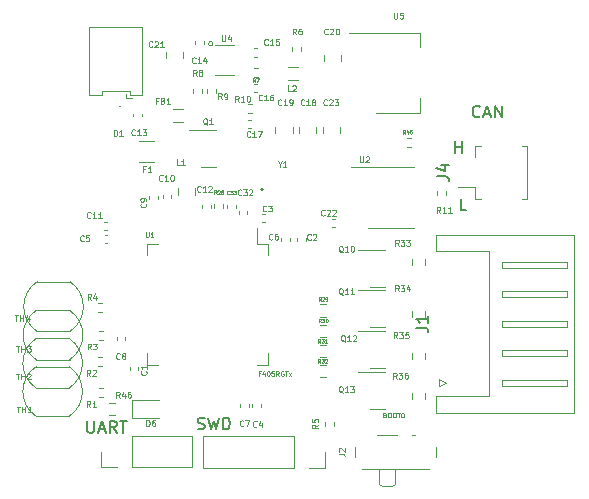
<source format=gbr>
%TF.GenerationSoftware,KiCad,Pcbnew,7.0.6*%
%TF.CreationDate,2023-10-31T01:28:30+01:00*%
%TF.ProjectId,BMSv2,424d5376-322e-46b6-9963-61645f706362,rev?*%
%TF.SameCoordinates,Original*%
%TF.FileFunction,Legend,Top*%
%TF.FilePolarity,Positive*%
%FSLAX46Y46*%
G04 Gerber Fmt 4.6, Leading zero omitted, Abs format (unit mm)*
G04 Created by KiCad (PCBNEW 7.0.6) date 2023-10-31 01:28:30*
%MOMM*%
%LPD*%
G01*
G04 APERTURE LIST*
%ADD10C,0.153000*%
%ADD11C,0.100000*%
%ADD12C,0.150000*%
%ADD13C,0.125000*%
%ADD14C,0.075000*%
%ADD15C,0.050000*%
%ADD16C,0.120214*%
%ADD17C,0.120000*%
%ADD18C,0.200000*%
G04 APERTURE END LIST*
D10*
X76005352Y-78600263D02*
X76005352Y-79409786D01*
X76005352Y-79409786D02*
X76052971Y-79505024D01*
X76052971Y-79505024D02*
X76100590Y-79552644D01*
X76100590Y-79552644D02*
X76195828Y-79600263D01*
X76195828Y-79600263D02*
X76386304Y-79600263D01*
X76386304Y-79600263D02*
X76481542Y-79552644D01*
X76481542Y-79552644D02*
X76529161Y-79505024D01*
X76529161Y-79505024D02*
X76576780Y-79409786D01*
X76576780Y-79409786D02*
X76576780Y-78600263D01*
X77005352Y-79314548D02*
X77481542Y-79314548D01*
X76910114Y-79600263D02*
X77243447Y-78600263D01*
X77243447Y-78600263D02*
X77576780Y-79600263D01*
X78481542Y-79600263D02*
X78148209Y-79124072D01*
X77910114Y-79600263D02*
X77910114Y-78600263D01*
X77910114Y-78600263D02*
X78291066Y-78600263D01*
X78291066Y-78600263D02*
X78386304Y-78647882D01*
X78386304Y-78647882D02*
X78433923Y-78695501D01*
X78433923Y-78695501D02*
X78481542Y-78790739D01*
X78481542Y-78790739D02*
X78481542Y-78933596D01*
X78481542Y-78933596D02*
X78433923Y-79028834D01*
X78433923Y-79028834D02*
X78386304Y-79076453D01*
X78386304Y-79076453D02*
X78291066Y-79124072D01*
X78291066Y-79124072D02*
X77910114Y-79124072D01*
X78767257Y-78600263D02*
X79338685Y-78600263D01*
X79052971Y-79600263D02*
X79052971Y-78600263D01*
D11*
X90642160Y-74564723D02*
X90508827Y-74564723D01*
X90508827Y-74774247D02*
X90508827Y-74374247D01*
X90508827Y-74374247D02*
X90699303Y-74374247D01*
X91023112Y-74507580D02*
X91023112Y-74774247D01*
X90927874Y-74355200D02*
X90832636Y-74640914D01*
X90832636Y-74640914D02*
X91080255Y-74640914D01*
X91308826Y-74374247D02*
X91346921Y-74374247D01*
X91346921Y-74374247D02*
X91385017Y-74393295D01*
X91385017Y-74393295D02*
X91404064Y-74412342D01*
X91404064Y-74412342D02*
X91423112Y-74450438D01*
X91423112Y-74450438D02*
X91442159Y-74526628D01*
X91442159Y-74526628D02*
X91442159Y-74621866D01*
X91442159Y-74621866D02*
X91423112Y-74698057D01*
X91423112Y-74698057D02*
X91404064Y-74736152D01*
X91404064Y-74736152D02*
X91385017Y-74755200D01*
X91385017Y-74755200D02*
X91346921Y-74774247D01*
X91346921Y-74774247D02*
X91308826Y-74774247D01*
X91308826Y-74774247D02*
X91270731Y-74755200D01*
X91270731Y-74755200D02*
X91251683Y-74736152D01*
X91251683Y-74736152D02*
X91232636Y-74698057D01*
X91232636Y-74698057D02*
X91213588Y-74621866D01*
X91213588Y-74621866D02*
X91213588Y-74526628D01*
X91213588Y-74526628D02*
X91232636Y-74450438D01*
X91232636Y-74450438D02*
X91251683Y-74412342D01*
X91251683Y-74412342D02*
X91270731Y-74393295D01*
X91270731Y-74393295D02*
X91308826Y-74374247D01*
X91804064Y-74374247D02*
X91613588Y-74374247D01*
X91613588Y-74374247D02*
X91594540Y-74564723D01*
X91594540Y-74564723D02*
X91613588Y-74545676D01*
X91613588Y-74545676D02*
X91651683Y-74526628D01*
X91651683Y-74526628D02*
X91746921Y-74526628D01*
X91746921Y-74526628D02*
X91785016Y-74545676D01*
X91785016Y-74545676D02*
X91804064Y-74564723D01*
X91804064Y-74564723D02*
X91823111Y-74602819D01*
X91823111Y-74602819D02*
X91823111Y-74698057D01*
X91823111Y-74698057D02*
X91804064Y-74736152D01*
X91804064Y-74736152D02*
X91785016Y-74755200D01*
X91785016Y-74755200D02*
X91746921Y-74774247D01*
X91746921Y-74774247D02*
X91651683Y-74774247D01*
X91651683Y-74774247D02*
X91613588Y-74755200D01*
X91613588Y-74755200D02*
X91594540Y-74736152D01*
X92223111Y-74774247D02*
X92089778Y-74583771D01*
X91994540Y-74774247D02*
X91994540Y-74374247D01*
X91994540Y-74374247D02*
X92146921Y-74374247D01*
X92146921Y-74374247D02*
X92185016Y-74393295D01*
X92185016Y-74393295D02*
X92204063Y-74412342D01*
X92204063Y-74412342D02*
X92223111Y-74450438D01*
X92223111Y-74450438D02*
X92223111Y-74507580D01*
X92223111Y-74507580D02*
X92204063Y-74545676D01*
X92204063Y-74545676D02*
X92185016Y-74564723D01*
X92185016Y-74564723D02*
X92146921Y-74583771D01*
X92146921Y-74583771D02*
X91994540Y-74583771D01*
X92604063Y-74393295D02*
X92565968Y-74374247D01*
X92565968Y-74374247D02*
X92508825Y-74374247D01*
X92508825Y-74374247D02*
X92451682Y-74393295D01*
X92451682Y-74393295D02*
X92413587Y-74431390D01*
X92413587Y-74431390D02*
X92394540Y-74469485D01*
X92394540Y-74469485D02*
X92375492Y-74545676D01*
X92375492Y-74545676D02*
X92375492Y-74602819D01*
X92375492Y-74602819D02*
X92394540Y-74679009D01*
X92394540Y-74679009D02*
X92413587Y-74717104D01*
X92413587Y-74717104D02*
X92451682Y-74755200D01*
X92451682Y-74755200D02*
X92508825Y-74774247D01*
X92508825Y-74774247D02*
X92546921Y-74774247D01*
X92546921Y-74774247D02*
X92604063Y-74755200D01*
X92604063Y-74755200D02*
X92623111Y-74736152D01*
X92623111Y-74736152D02*
X92623111Y-74602819D01*
X92623111Y-74602819D02*
X92546921Y-74602819D01*
X92737397Y-74374247D02*
X92965968Y-74374247D01*
X92851682Y-74774247D02*
X92851682Y-74374247D01*
X93061206Y-74774247D02*
X93270730Y-74507580D01*
X93061206Y-74507580D02*
X93270730Y-74774247D01*
X101197960Y-78087723D02*
X101255103Y-78106771D01*
X101255103Y-78106771D02*
X101274150Y-78125819D01*
X101274150Y-78125819D02*
X101293198Y-78163914D01*
X101293198Y-78163914D02*
X101293198Y-78221057D01*
X101293198Y-78221057D02*
X101274150Y-78259152D01*
X101274150Y-78259152D02*
X101255103Y-78278200D01*
X101255103Y-78278200D02*
X101217008Y-78297247D01*
X101217008Y-78297247D02*
X101064627Y-78297247D01*
X101064627Y-78297247D02*
X101064627Y-77897247D01*
X101064627Y-77897247D02*
X101197960Y-77897247D01*
X101197960Y-77897247D02*
X101236055Y-77916295D01*
X101236055Y-77916295D02*
X101255103Y-77935342D01*
X101255103Y-77935342D02*
X101274150Y-77973438D01*
X101274150Y-77973438D02*
X101274150Y-78011533D01*
X101274150Y-78011533D02*
X101255103Y-78049628D01*
X101255103Y-78049628D02*
X101236055Y-78068676D01*
X101236055Y-78068676D02*
X101197960Y-78087723D01*
X101197960Y-78087723D02*
X101064627Y-78087723D01*
X101540817Y-77897247D02*
X101617008Y-77897247D01*
X101617008Y-77897247D02*
X101655103Y-77916295D01*
X101655103Y-77916295D02*
X101693198Y-77954390D01*
X101693198Y-77954390D02*
X101712246Y-78030580D01*
X101712246Y-78030580D02*
X101712246Y-78163914D01*
X101712246Y-78163914D02*
X101693198Y-78240104D01*
X101693198Y-78240104D02*
X101655103Y-78278200D01*
X101655103Y-78278200D02*
X101617008Y-78297247D01*
X101617008Y-78297247D02*
X101540817Y-78297247D01*
X101540817Y-78297247D02*
X101502722Y-78278200D01*
X101502722Y-78278200D02*
X101464627Y-78240104D01*
X101464627Y-78240104D02*
X101445579Y-78163914D01*
X101445579Y-78163914D02*
X101445579Y-78030580D01*
X101445579Y-78030580D02*
X101464627Y-77954390D01*
X101464627Y-77954390D02*
X101502722Y-77916295D01*
X101502722Y-77916295D02*
X101540817Y-77897247D01*
X101959865Y-77897247D02*
X102036056Y-77897247D01*
X102036056Y-77897247D02*
X102074151Y-77916295D01*
X102074151Y-77916295D02*
X102112246Y-77954390D01*
X102112246Y-77954390D02*
X102131294Y-78030580D01*
X102131294Y-78030580D02*
X102131294Y-78163914D01*
X102131294Y-78163914D02*
X102112246Y-78240104D01*
X102112246Y-78240104D02*
X102074151Y-78278200D01*
X102074151Y-78278200D02*
X102036056Y-78297247D01*
X102036056Y-78297247D02*
X101959865Y-78297247D01*
X101959865Y-78297247D02*
X101921770Y-78278200D01*
X101921770Y-78278200D02*
X101883675Y-78240104D01*
X101883675Y-78240104D02*
X101864627Y-78163914D01*
X101864627Y-78163914D02*
X101864627Y-78030580D01*
X101864627Y-78030580D02*
X101883675Y-77954390D01*
X101883675Y-77954390D02*
X101921770Y-77916295D01*
X101921770Y-77916295D02*
X101959865Y-77897247D01*
X102245580Y-77897247D02*
X102474151Y-77897247D01*
X102359865Y-78297247D02*
X102359865Y-77897247D01*
X102683675Y-77897247D02*
X102721770Y-77897247D01*
X102721770Y-77897247D02*
X102759866Y-77916295D01*
X102759866Y-77916295D02*
X102778913Y-77935342D01*
X102778913Y-77935342D02*
X102797961Y-77973438D01*
X102797961Y-77973438D02*
X102817008Y-78049628D01*
X102817008Y-78049628D02*
X102817008Y-78144866D01*
X102817008Y-78144866D02*
X102797961Y-78221057D01*
X102797961Y-78221057D02*
X102778913Y-78259152D01*
X102778913Y-78259152D02*
X102759866Y-78278200D01*
X102759866Y-78278200D02*
X102721770Y-78297247D01*
X102721770Y-78297247D02*
X102683675Y-78297247D01*
X102683675Y-78297247D02*
X102645580Y-78278200D01*
X102645580Y-78278200D02*
X102626532Y-78259152D01*
X102626532Y-78259152D02*
X102607485Y-78221057D01*
X102607485Y-78221057D02*
X102588437Y-78144866D01*
X102588437Y-78144866D02*
X102588437Y-78049628D01*
X102588437Y-78049628D02*
X102607485Y-77973438D01*
X102607485Y-77973438D02*
X102626532Y-77935342D01*
X102626532Y-77935342D02*
X102645580Y-77916295D01*
X102645580Y-77916295D02*
X102683675Y-77897247D01*
D12*
X109241807Y-52795980D02*
X109194188Y-52843600D01*
X109194188Y-52843600D02*
X109051331Y-52891219D01*
X109051331Y-52891219D02*
X108956093Y-52891219D01*
X108956093Y-52891219D02*
X108813236Y-52843600D01*
X108813236Y-52843600D02*
X108717998Y-52748361D01*
X108717998Y-52748361D02*
X108670379Y-52653123D01*
X108670379Y-52653123D02*
X108622760Y-52462647D01*
X108622760Y-52462647D02*
X108622760Y-52319790D01*
X108622760Y-52319790D02*
X108670379Y-52129314D01*
X108670379Y-52129314D02*
X108717998Y-52034076D01*
X108717998Y-52034076D02*
X108813236Y-51938838D01*
X108813236Y-51938838D02*
X108956093Y-51891219D01*
X108956093Y-51891219D02*
X109051331Y-51891219D01*
X109051331Y-51891219D02*
X109194188Y-51938838D01*
X109194188Y-51938838D02*
X109241807Y-51986457D01*
X109622760Y-52605504D02*
X110098950Y-52605504D01*
X109527522Y-52891219D02*
X109860855Y-51891219D01*
X109860855Y-51891219D02*
X110194188Y-52891219D01*
X110527522Y-52891219D02*
X110527522Y-51891219D01*
X110527522Y-51891219D02*
X111098950Y-52891219D01*
X111098950Y-52891219D02*
X111098950Y-51891219D01*
X107150379Y-55881219D02*
X107150379Y-54881219D01*
X107150379Y-55357409D02*
X107721807Y-55357409D01*
X107721807Y-55881219D02*
X107721807Y-54881219D01*
X108096569Y-60761219D02*
X107620379Y-60761219D01*
X107620379Y-60761219D02*
X107620379Y-59761219D01*
X85362760Y-79253600D02*
X85505617Y-79301219D01*
X85505617Y-79301219D02*
X85743712Y-79301219D01*
X85743712Y-79301219D02*
X85838950Y-79253600D01*
X85838950Y-79253600D02*
X85886569Y-79205980D01*
X85886569Y-79205980D02*
X85934188Y-79110742D01*
X85934188Y-79110742D02*
X85934188Y-79015504D01*
X85934188Y-79015504D02*
X85886569Y-78920266D01*
X85886569Y-78920266D02*
X85838950Y-78872647D01*
X85838950Y-78872647D02*
X85743712Y-78825028D01*
X85743712Y-78825028D02*
X85553236Y-78777409D01*
X85553236Y-78777409D02*
X85457998Y-78729790D01*
X85457998Y-78729790D02*
X85410379Y-78682171D01*
X85410379Y-78682171D02*
X85362760Y-78586933D01*
X85362760Y-78586933D02*
X85362760Y-78491695D01*
X85362760Y-78491695D02*
X85410379Y-78396457D01*
X85410379Y-78396457D02*
X85457998Y-78348838D01*
X85457998Y-78348838D02*
X85553236Y-78301219D01*
X85553236Y-78301219D02*
X85791331Y-78301219D01*
X85791331Y-78301219D02*
X85934188Y-78348838D01*
X86267522Y-78301219D02*
X86505617Y-79301219D01*
X86505617Y-79301219D02*
X86696093Y-78586933D01*
X86696093Y-78586933D02*
X86886569Y-79301219D01*
X86886569Y-79301219D02*
X87124665Y-78301219D01*
X87505617Y-79301219D02*
X87505617Y-78301219D01*
X87505617Y-78301219D02*
X87743712Y-78301219D01*
X87743712Y-78301219D02*
X87886569Y-78348838D01*
X87886569Y-78348838D02*
X87981807Y-78444076D01*
X87981807Y-78444076D02*
X88029426Y-78539314D01*
X88029426Y-78539314D02*
X88077045Y-78729790D01*
X88077045Y-78729790D02*
X88077045Y-78872647D01*
X88077045Y-78872647D02*
X88029426Y-79063123D01*
X88029426Y-79063123D02*
X87981807Y-79158361D01*
X87981807Y-79158361D02*
X87886569Y-79253600D01*
X87886569Y-79253600D02*
X87743712Y-79301219D01*
X87743712Y-79301219D02*
X87505617Y-79301219D01*
D11*
X80975238Y-62619447D02*
X80975238Y-62943257D01*
X80975238Y-62943257D02*
X80994285Y-62981352D01*
X80994285Y-62981352D02*
X81013333Y-63000400D01*
X81013333Y-63000400D02*
X81051428Y-63019447D01*
X81051428Y-63019447D02*
X81127619Y-63019447D01*
X81127619Y-63019447D02*
X81165714Y-63000400D01*
X81165714Y-63000400D02*
X81184761Y-62981352D01*
X81184761Y-62981352D02*
X81203809Y-62943257D01*
X81203809Y-62943257D02*
X81203809Y-62619447D01*
X81603809Y-63019447D02*
X81375238Y-63019447D01*
X81489524Y-63019447D02*
X81489524Y-62619447D01*
X81489524Y-62619447D02*
X81451428Y-62676590D01*
X81451428Y-62676590D02*
X81413333Y-62714685D01*
X81413333Y-62714685D02*
X81375238Y-62733733D01*
D13*
X91296371Y-46709990D02*
X91272562Y-46733800D01*
X91272562Y-46733800D02*
X91201133Y-46757609D01*
X91201133Y-46757609D02*
X91153514Y-46757609D01*
X91153514Y-46757609D02*
X91082086Y-46733800D01*
X91082086Y-46733800D02*
X91034467Y-46686180D01*
X91034467Y-46686180D02*
X91010657Y-46638561D01*
X91010657Y-46638561D02*
X90986848Y-46543323D01*
X90986848Y-46543323D02*
X90986848Y-46471895D01*
X90986848Y-46471895D02*
X91010657Y-46376657D01*
X91010657Y-46376657D02*
X91034467Y-46329038D01*
X91034467Y-46329038D02*
X91082086Y-46281419D01*
X91082086Y-46281419D02*
X91153514Y-46257609D01*
X91153514Y-46257609D02*
X91201133Y-46257609D01*
X91201133Y-46257609D02*
X91272562Y-46281419D01*
X91272562Y-46281419D02*
X91296371Y-46305228D01*
X91772562Y-46757609D02*
X91486848Y-46757609D01*
X91629705Y-46757609D02*
X91629705Y-46257609D01*
X91629705Y-46257609D02*
X91582086Y-46329038D01*
X91582086Y-46329038D02*
X91534467Y-46376657D01*
X91534467Y-46376657D02*
X91486848Y-46400466D01*
X92224942Y-46257609D02*
X91986847Y-46257609D01*
X91986847Y-46257609D02*
X91963038Y-46495704D01*
X91963038Y-46495704D02*
X91986847Y-46471895D01*
X91986847Y-46471895D02*
X92034466Y-46448085D01*
X92034466Y-46448085D02*
X92153514Y-46448085D01*
X92153514Y-46448085D02*
X92201133Y-46471895D01*
X92201133Y-46471895D02*
X92224942Y-46495704D01*
X92224942Y-46495704D02*
X92248752Y-46543323D01*
X92248752Y-46543323D02*
X92248752Y-46662371D01*
X92248752Y-46662371D02*
X92224942Y-46709990D01*
X92224942Y-46709990D02*
X92201133Y-46733800D01*
X92201133Y-46733800D02*
X92153514Y-46757609D01*
X92153514Y-46757609D02*
X92034466Y-46757609D01*
X92034466Y-46757609D02*
X91986847Y-46733800D01*
X91986847Y-46733800D02*
X91963038Y-46709990D01*
X93693466Y-45868609D02*
X93526800Y-45630514D01*
X93407752Y-45868609D02*
X93407752Y-45368609D01*
X93407752Y-45368609D02*
X93598228Y-45368609D01*
X93598228Y-45368609D02*
X93645847Y-45392419D01*
X93645847Y-45392419D02*
X93669657Y-45416228D01*
X93669657Y-45416228D02*
X93693466Y-45463847D01*
X93693466Y-45463847D02*
X93693466Y-45535276D01*
X93693466Y-45535276D02*
X93669657Y-45582895D01*
X93669657Y-45582895D02*
X93645847Y-45606704D01*
X93645847Y-45606704D02*
X93598228Y-45630514D01*
X93598228Y-45630514D02*
X93407752Y-45630514D01*
X94122038Y-45368609D02*
X94026800Y-45368609D01*
X94026800Y-45368609D02*
X93979181Y-45392419D01*
X93979181Y-45392419D02*
X93955371Y-45416228D01*
X93955371Y-45416228D02*
X93907752Y-45487657D01*
X93907752Y-45487657D02*
X93883943Y-45582895D01*
X93883943Y-45582895D02*
X93883943Y-45773371D01*
X93883943Y-45773371D02*
X93907752Y-45820990D01*
X93907752Y-45820990D02*
X93931562Y-45844800D01*
X93931562Y-45844800D02*
X93979181Y-45868609D01*
X93979181Y-45868609D02*
X94074419Y-45868609D01*
X94074419Y-45868609D02*
X94122038Y-45844800D01*
X94122038Y-45844800D02*
X94145847Y-45820990D01*
X94145847Y-45820990D02*
X94169657Y-45773371D01*
X94169657Y-45773371D02*
X94169657Y-45654323D01*
X94169657Y-45654323D02*
X94145847Y-45606704D01*
X94145847Y-45606704D02*
X94122038Y-45582895D01*
X94122038Y-45582895D02*
X94074419Y-45559085D01*
X94074419Y-45559085D02*
X93979181Y-45559085D01*
X93979181Y-45559085D02*
X93931562Y-45582895D01*
X93931562Y-45582895D02*
X93907752Y-45606704D01*
X93907752Y-45606704D02*
X93883943Y-45654323D01*
X86185380Y-53510828D02*
X86137761Y-53487019D01*
X86137761Y-53487019D02*
X86090142Y-53439400D01*
X86090142Y-53439400D02*
X86018714Y-53367971D01*
X86018714Y-53367971D02*
X85971095Y-53344161D01*
X85971095Y-53344161D02*
X85923476Y-53344161D01*
X85947285Y-53463209D02*
X85899666Y-53439400D01*
X85899666Y-53439400D02*
X85852047Y-53391780D01*
X85852047Y-53391780D02*
X85828238Y-53296542D01*
X85828238Y-53296542D02*
X85828238Y-53129876D01*
X85828238Y-53129876D02*
X85852047Y-53034638D01*
X85852047Y-53034638D02*
X85899666Y-52987019D01*
X85899666Y-52987019D02*
X85947285Y-52963209D01*
X85947285Y-52963209D02*
X86042523Y-52963209D01*
X86042523Y-52963209D02*
X86090142Y-52987019D01*
X86090142Y-52987019D02*
X86137761Y-53034638D01*
X86137761Y-53034638D02*
X86161571Y-53129876D01*
X86161571Y-53129876D02*
X86161571Y-53296542D01*
X86161571Y-53296542D02*
X86137761Y-53391780D01*
X86137761Y-53391780D02*
X86090142Y-53439400D01*
X86090142Y-53439400D02*
X86042523Y-53463209D01*
X86042523Y-53463209D02*
X85947285Y-53463209D01*
X86637762Y-53463209D02*
X86352048Y-53463209D01*
X86494905Y-53463209D02*
X86494905Y-52963209D01*
X86494905Y-52963209D02*
X86447286Y-53034638D01*
X86447286Y-53034638D02*
X86399667Y-53082257D01*
X86399667Y-53082257D02*
X86352048Y-53106066D01*
X76319866Y-68322209D02*
X76153200Y-68084114D01*
X76034152Y-68322209D02*
X76034152Y-67822209D01*
X76034152Y-67822209D02*
X76224628Y-67822209D01*
X76224628Y-67822209D02*
X76272247Y-67846019D01*
X76272247Y-67846019D02*
X76296057Y-67869828D01*
X76296057Y-67869828D02*
X76319866Y-67917447D01*
X76319866Y-67917447D02*
X76319866Y-67988876D01*
X76319866Y-67988876D02*
X76296057Y-68036495D01*
X76296057Y-68036495D02*
X76272247Y-68060304D01*
X76272247Y-68060304D02*
X76224628Y-68084114D01*
X76224628Y-68084114D02*
X76034152Y-68084114D01*
X76748438Y-67988876D02*
X76748438Y-68322209D01*
X76629390Y-67798400D02*
X76510343Y-68155542D01*
X76510343Y-68155542D02*
X76819866Y-68155542D01*
X82380971Y-58216190D02*
X82357162Y-58240000D01*
X82357162Y-58240000D02*
X82285733Y-58263809D01*
X82285733Y-58263809D02*
X82238114Y-58263809D01*
X82238114Y-58263809D02*
X82166686Y-58240000D01*
X82166686Y-58240000D02*
X82119067Y-58192380D01*
X82119067Y-58192380D02*
X82095257Y-58144761D01*
X82095257Y-58144761D02*
X82071448Y-58049523D01*
X82071448Y-58049523D02*
X82071448Y-57978095D01*
X82071448Y-57978095D02*
X82095257Y-57882857D01*
X82095257Y-57882857D02*
X82119067Y-57835238D01*
X82119067Y-57835238D02*
X82166686Y-57787619D01*
X82166686Y-57787619D02*
X82238114Y-57763809D01*
X82238114Y-57763809D02*
X82285733Y-57763809D01*
X82285733Y-57763809D02*
X82357162Y-57787619D01*
X82357162Y-57787619D02*
X82380971Y-57811428D01*
X82857162Y-58263809D02*
X82571448Y-58263809D01*
X82714305Y-58263809D02*
X82714305Y-57763809D01*
X82714305Y-57763809D02*
X82666686Y-57835238D01*
X82666686Y-57835238D02*
X82619067Y-57882857D01*
X82619067Y-57882857D02*
X82571448Y-57906666D01*
X83166685Y-57763809D02*
X83214304Y-57763809D01*
X83214304Y-57763809D02*
X83261923Y-57787619D01*
X83261923Y-57787619D02*
X83285733Y-57811428D01*
X83285733Y-57811428D02*
X83309542Y-57859047D01*
X83309542Y-57859047D02*
X83333352Y-57954285D01*
X83333352Y-57954285D02*
X83333352Y-58073333D01*
X83333352Y-58073333D02*
X83309542Y-58168571D01*
X83309542Y-58168571D02*
X83285733Y-58216190D01*
X83285733Y-58216190D02*
X83261923Y-58240000D01*
X83261923Y-58240000D02*
X83214304Y-58263809D01*
X83214304Y-58263809D02*
X83166685Y-58263809D01*
X83166685Y-58263809D02*
X83119066Y-58240000D01*
X83119066Y-58240000D02*
X83095257Y-58216190D01*
X83095257Y-58216190D02*
X83071447Y-58168571D01*
X83071447Y-58168571D02*
X83047638Y-58073333D01*
X83047638Y-58073333D02*
X83047638Y-57954285D01*
X83047638Y-57954285D02*
X83071447Y-57859047D01*
X83071447Y-57859047D02*
X83095257Y-57811428D01*
X83095257Y-57811428D02*
X83119066Y-57787619D01*
X83119066Y-57787619D02*
X83166685Y-57763809D01*
X91670266Y-63188590D02*
X91646457Y-63212400D01*
X91646457Y-63212400D02*
X91575028Y-63236209D01*
X91575028Y-63236209D02*
X91527409Y-63236209D01*
X91527409Y-63236209D02*
X91455981Y-63212400D01*
X91455981Y-63212400D02*
X91408362Y-63164780D01*
X91408362Y-63164780D02*
X91384552Y-63117161D01*
X91384552Y-63117161D02*
X91360743Y-63021923D01*
X91360743Y-63021923D02*
X91360743Y-62950495D01*
X91360743Y-62950495D02*
X91384552Y-62855257D01*
X91384552Y-62855257D02*
X91408362Y-62807638D01*
X91408362Y-62807638D02*
X91455981Y-62760019D01*
X91455981Y-62760019D02*
X91527409Y-62736209D01*
X91527409Y-62736209D02*
X91575028Y-62736209D01*
X91575028Y-62736209D02*
X91646457Y-62760019D01*
X91646457Y-62760019D02*
X91670266Y-62783828D01*
X92098838Y-62736209D02*
X92003600Y-62736209D01*
X92003600Y-62736209D02*
X91955981Y-62760019D01*
X91955981Y-62760019D02*
X91932171Y-62783828D01*
X91932171Y-62783828D02*
X91884552Y-62855257D01*
X91884552Y-62855257D02*
X91860743Y-62950495D01*
X91860743Y-62950495D02*
X91860743Y-63140971D01*
X91860743Y-63140971D02*
X91884552Y-63188590D01*
X91884552Y-63188590D02*
X91908362Y-63212400D01*
X91908362Y-63212400D02*
X91955981Y-63236209D01*
X91955981Y-63236209D02*
X92051219Y-63236209D01*
X92051219Y-63236209D02*
X92098838Y-63212400D01*
X92098838Y-63212400D02*
X92122647Y-63188590D01*
X92122647Y-63188590D02*
X92146457Y-63140971D01*
X92146457Y-63140971D02*
X92146457Y-63021923D01*
X92146457Y-63021923D02*
X92122647Y-62974304D01*
X92122647Y-62974304D02*
X92098838Y-62950495D01*
X92098838Y-62950495D02*
X92051219Y-62926685D01*
X92051219Y-62926685D02*
X91955981Y-62926685D01*
X91955981Y-62926685D02*
X91908362Y-62950495D01*
X91908362Y-62950495D02*
X91884552Y-62974304D01*
X91884552Y-62974304D02*
X91860743Y-63021923D01*
D12*
X103868419Y-70704733D02*
X104582704Y-70704733D01*
X104582704Y-70704733D02*
X104725561Y-70752352D01*
X104725561Y-70752352D02*
X104820800Y-70847590D01*
X104820800Y-70847590D02*
X104868419Y-70990447D01*
X104868419Y-70990447D02*
X104868419Y-71085685D01*
X104868419Y-69704733D02*
X104868419Y-70276161D01*
X104868419Y-69990447D02*
X103868419Y-69990447D01*
X103868419Y-69990447D02*
X104011276Y-70085685D01*
X104011276Y-70085685D02*
X104106514Y-70180923D01*
X104106514Y-70180923D02*
X104154133Y-70276161D01*
D13*
X97647885Y-76203828D02*
X97600266Y-76180019D01*
X97600266Y-76180019D02*
X97552647Y-76132400D01*
X97552647Y-76132400D02*
X97481219Y-76060971D01*
X97481219Y-76060971D02*
X97433600Y-76037161D01*
X97433600Y-76037161D02*
X97385981Y-76037161D01*
X97409790Y-76156209D02*
X97362171Y-76132400D01*
X97362171Y-76132400D02*
X97314552Y-76084780D01*
X97314552Y-76084780D02*
X97290743Y-75989542D01*
X97290743Y-75989542D02*
X97290743Y-75822876D01*
X97290743Y-75822876D02*
X97314552Y-75727638D01*
X97314552Y-75727638D02*
X97362171Y-75680019D01*
X97362171Y-75680019D02*
X97409790Y-75656209D01*
X97409790Y-75656209D02*
X97505028Y-75656209D01*
X97505028Y-75656209D02*
X97552647Y-75680019D01*
X97552647Y-75680019D02*
X97600266Y-75727638D01*
X97600266Y-75727638D02*
X97624076Y-75822876D01*
X97624076Y-75822876D02*
X97624076Y-75989542D01*
X97624076Y-75989542D02*
X97600266Y-76084780D01*
X97600266Y-76084780D02*
X97552647Y-76132400D01*
X97552647Y-76132400D02*
X97505028Y-76156209D01*
X97505028Y-76156209D02*
X97409790Y-76156209D01*
X98100267Y-76156209D02*
X97814553Y-76156209D01*
X97957410Y-76156209D02*
X97957410Y-75656209D01*
X97957410Y-75656209D02*
X97909791Y-75727638D01*
X97909791Y-75727638D02*
X97862172Y-75775257D01*
X97862172Y-75775257D02*
X97814553Y-75799066D01*
X98266933Y-75656209D02*
X98576457Y-75656209D01*
X98576457Y-75656209D02*
X98409790Y-75846685D01*
X98409790Y-75846685D02*
X98481219Y-75846685D01*
X98481219Y-75846685D02*
X98528838Y-75870495D01*
X98528838Y-75870495D02*
X98552647Y-75894304D01*
X98552647Y-75894304D02*
X98576457Y-75941923D01*
X98576457Y-75941923D02*
X98576457Y-76060971D01*
X98576457Y-76060971D02*
X98552647Y-76108590D01*
X98552647Y-76108590D02*
X98528838Y-76132400D01*
X98528838Y-76132400D02*
X98481219Y-76156209D01*
X98481219Y-76156209D02*
X98338362Y-76156209D01*
X98338362Y-76156209D02*
X98290743Y-76132400D01*
X98290743Y-76132400D02*
X98266933Y-76108590D01*
X81012552Y-79015609D02*
X81012552Y-78515609D01*
X81012552Y-78515609D02*
X81131600Y-78515609D01*
X81131600Y-78515609D02*
X81203028Y-78539419D01*
X81203028Y-78539419D02*
X81250647Y-78587038D01*
X81250647Y-78587038D02*
X81274457Y-78634657D01*
X81274457Y-78634657D02*
X81298266Y-78729895D01*
X81298266Y-78729895D02*
X81298266Y-78801323D01*
X81298266Y-78801323D02*
X81274457Y-78896561D01*
X81274457Y-78896561D02*
X81250647Y-78944180D01*
X81250647Y-78944180D02*
X81203028Y-78991800D01*
X81203028Y-78991800D02*
X81131600Y-79015609D01*
X81131600Y-79015609D02*
X81012552Y-79015609D01*
X81726838Y-78515609D02*
X81631600Y-78515609D01*
X81631600Y-78515609D02*
X81583981Y-78539419D01*
X81583981Y-78539419D02*
X81560171Y-78563228D01*
X81560171Y-78563228D02*
X81512552Y-78634657D01*
X81512552Y-78634657D02*
X81488743Y-78729895D01*
X81488743Y-78729895D02*
X81488743Y-78920371D01*
X81488743Y-78920371D02*
X81512552Y-78967990D01*
X81512552Y-78967990D02*
X81536362Y-78991800D01*
X81536362Y-78991800D02*
X81583981Y-79015609D01*
X81583981Y-79015609D02*
X81679219Y-79015609D01*
X81679219Y-79015609D02*
X81726838Y-78991800D01*
X81726838Y-78991800D02*
X81750647Y-78967990D01*
X81750647Y-78967990D02*
X81774457Y-78920371D01*
X81774457Y-78920371D02*
X81774457Y-78801323D01*
X81774457Y-78801323D02*
X81750647Y-78753704D01*
X81750647Y-78753704D02*
X81726838Y-78729895D01*
X81726838Y-78729895D02*
X81679219Y-78706085D01*
X81679219Y-78706085D02*
X81583981Y-78706085D01*
X81583981Y-78706085D02*
X81536362Y-78729895D01*
X81536362Y-78729895D02*
X81512552Y-78753704D01*
X81512552Y-78753704D02*
X81488743Y-78801323D01*
D14*
X95742943Y-71966085D02*
X95642943Y-71823228D01*
X95571514Y-71966085D02*
X95571514Y-71666085D01*
X95571514Y-71666085D02*
X95685800Y-71666085D01*
X95685800Y-71666085D02*
X95714371Y-71680371D01*
X95714371Y-71680371D02*
X95728657Y-71694657D01*
X95728657Y-71694657D02*
X95742943Y-71723228D01*
X95742943Y-71723228D02*
X95742943Y-71766085D01*
X95742943Y-71766085D02*
X95728657Y-71794657D01*
X95728657Y-71794657D02*
X95714371Y-71808942D01*
X95714371Y-71808942D02*
X95685800Y-71823228D01*
X95685800Y-71823228D02*
X95571514Y-71823228D01*
X95842943Y-71666085D02*
X96028657Y-71666085D01*
X96028657Y-71666085D02*
X95928657Y-71780371D01*
X95928657Y-71780371D02*
X95971514Y-71780371D01*
X95971514Y-71780371D02*
X96000086Y-71794657D01*
X96000086Y-71794657D02*
X96014371Y-71808942D01*
X96014371Y-71808942D02*
X96028657Y-71837514D01*
X96028657Y-71837514D02*
X96028657Y-71908942D01*
X96028657Y-71908942D02*
X96014371Y-71937514D01*
X96014371Y-71937514D02*
X96000086Y-71951800D01*
X96000086Y-71951800D02*
X95971514Y-71966085D01*
X95971514Y-71966085D02*
X95885800Y-71966085D01*
X95885800Y-71966085D02*
X95857228Y-71951800D01*
X95857228Y-71951800D02*
X95842943Y-71937514D01*
X96314371Y-71966085D02*
X96142942Y-71966085D01*
X96228657Y-71966085D02*
X96228657Y-71666085D01*
X96228657Y-71666085D02*
X96200085Y-71708942D01*
X96200085Y-71708942D02*
X96171514Y-71737514D01*
X96171514Y-71737514D02*
X96142942Y-71751800D01*
D13*
X105901371Y-60956209D02*
X105734705Y-60718114D01*
X105615657Y-60956209D02*
X105615657Y-60456209D01*
X105615657Y-60456209D02*
X105806133Y-60456209D01*
X105806133Y-60456209D02*
X105853752Y-60480019D01*
X105853752Y-60480019D02*
X105877562Y-60503828D01*
X105877562Y-60503828D02*
X105901371Y-60551447D01*
X105901371Y-60551447D02*
X105901371Y-60622876D01*
X105901371Y-60622876D02*
X105877562Y-60670495D01*
X105877562Y-60670495D02*
X105853752Y-60694304D01*
X105853752Y-60694304D02*
X105806133Y-60718114D01*
X105806133Y-60718114D02*
X105615657Y-60718114D01*
X106377562Y-60956209D02*
X106091848Y-60956209D01*
X106234705Y-60956209D02*
X106234705Y-60456209D01*
X106234705Y-60456209D02*
X106187086Y-60527638D01*
X106187086Y-60527638D02*
X106139467Y-60575257D01*
X106139467Y-60575257D02*
X106091848Y-60599066D01*
X106853752Y-60956209D02*
X106568038Y-60956209D01*
X106710895Y-60956209D02*
X106710895Y-60456209D01*
X106710895Y-60456209D02*
X106663276Y-60527638D01*
X106663276Y-60527638D02*
X106615657Y-60575257D01*
X106615657Y-60575257D02*
X106568038Y-60599066D01*
X75710266Y-63321590D02*
X75686457Y-63345400D01*
X75686457Y-63345400D02*
X75615028Y-63369209D01*
X75615028Y-63369209D02*
X75567409Y-63369209D01*
X75567409Y-63369209D02*
X75495981Y-63345400D01*
X75495981Y-63345400D02*
X75448362Y-63297780D01*
X75448362Y-63297780D02*
X75424552Y-63250161D01*
X75424552Y-63250161D02*
X75400743Y-63154923D01*
X75400743Y-63154923D02*
X75400743Y-63083495D01*
X75400743Y-63083495D02*
X75424552Y-62988257D01*
X75424552Y-62988257D02*
X75448362Y-62940638D01*
X75448362Y-62940638D02*
X75495981Y-62893019D01*
X75495981Y-62893019D02*
X75567409Y-62869209D01*
X75567409Y-62869209D02*
X75615028Y-62869209D01*
X75615028Y-62869209D02*
X75686457Y-62893019D01*
X75686457Y-62893019D02*
X75710266Y-62916828D01*
X76162647Y-62869209D02*
X75924552Y-62869209D01*
X75924552Y-62869209D02*
X75900743Y-63107304D01*
X75900743Y-63107304D02*
X75924552Y-63083495D01*
X75924552Y-63083495D02*
X75972171Y-63059685D01*
X75972171Y-63059685D02*
X76091219Y-63059685D01*
X76091219Y-63059685D02*
X76138838Y-63083495D01*
X76138838Y-63083495D02*
X76162647Y-63107304D01*
X76162647Y-63107304D02*
X76186457Y-63154923D01*
X76186457Y-63154923D02*
X76186457Y-63273971D01*
X76186457Y-63273971D02*
X76162647Y-63321590D01*
X76162647Y-63321590D02*
X76138838Y-63345400D01*
X76138838Y-63345400D02*
X76091219Y-63369209D01*
X76091219Y-63369209D02*
X75972171Y-63369209D01*
X75972171Y-63369209D02*
X75924552Y-63345400D01*
X75924552Y-63345400D02*
X75900743Y-63321590D01*
X96376371Y-45820990D02*
X96352562Y-45844800D01*
X96352562Y-45844800D02*
X96281133Y-45868609D01*
X96281133Y-45868609D02*
X96233514Y-45868609D01*
X96233514Y-45868609D02*
X96162086Y-45844800D01*
X96162086Y-45844800D02*
X96114467Y-45797180D01*
X96114467Y-45797180D02*
X96090657Y-45749561D01*
X96090657Y-45749561D02*
X96066848Y-45654323D01*
X96066848Y-45654323D02*
X96066848Y-45582895D01*
X96066848Y-45582895D02*
X96090657Y-45487657D01*
X96090657Y-45487657D02*
X96114467Y-45440038D01*
X96114467Y-45440038D02*
X96162086Y-45392419D01*
X96162086Y-45392419D02*
X96233514Y-45368609D01*
X96233514Y-45368609D02*
X96281133Y-45368609D01*
X96281133Y-45368609D02*
X96352562Y-45392419D01*
X96352562Y-45392419D02*
X96376371Y-45416228D01*
X96566848Y-45416228D02*
X96590657Y-45392419D01*
X96590657Y-45392419D02*
X96638276Y-45368609D01*
X96638276Y-45368609D02*
X96757324Y-45368609D01*
X96757324Y-45368609D02*
X96804943Y-45392419D01*
X96804943Y-45392419D02*
X96828752Y-45416228D01*
X96828752Y-45416228D02*
X96852562Y-45463847D01*
X96852562Y-45463847D02*
X96852562Y-45511466D01*
X96852562Y-45511466D02*
X96828752Y-45582895D01*
X96828752Y-45582895D02*
X96543038Y-45868609D01*
X96543038Y-45868609D02*
X96852562Y-45868609D01*
X97162085Y-45368609D02*
X97209704Y-45368609D01*
X97209704Y-45368609D02*
X97257323Y-45392419D01*
X97257323Y-45392419D02*
X97281133Y-45416228D01*
X97281133Y-45416228D02*
X97304942Y-45463847D01*
X97304942Y-45463847D02*
X97328752Y-45559085D01*
X97328752Y-45559085D02*
X97328752Y-45678133D01*
X97328752Y-45678133D02*
X97304942Y-45773371D01*
X97304942Y-45773371D02*
X97281133Y-45820990D01*
X97281133Y-45820990D02*
X97257323Y-45844800D01*
X97257323Y-45844800D02*
X97209704Y-45868609D01*
X97209704Y-45868609D02*
X97162085Y-45868609D01*
X97162085Y-45868609D02*
X97114466Y-45844800D01*
X97114466Y-45844800D02*
X97090657Y-45820990D01*
X97090657Y-45820990D02*
X97066847Y-45773371D01*
X97066847Y-45773371D02*
X97043038Y-45678133D01*
X97043038Y-45678133D02*
X97043038Y-45559085D01*
X97043038Y-45559085D02*
X97066847Y-45463847D01*
X97066847Y-45463847D02*
X97090657Y-45416228D01*
X97090657Y-45416228D02*
X97114466Y-45392419D01*
X97114466Y-45392419D02*
X97162085Y-45368609D01*
X80910134Y-57265304D02*
X80743467Y-57265304D01*
X80743467Y-57527209D02*
X80743467Y-57027209D01*
X80743467Y-57027209D02*
X80981562Y-57027209D01*
X81433943Y-57527209D02*
X81148229Y-57527209D01*
X81291086Y-57527209D02*
X81291086Y-57027209D01*
X81291086Y-57027209D02*
X81243467Y-57098638D01*
X81243467Y-57098638D02*
X81195848Y-57146257D01*
X81195848Y-57146257D02*
X81148229Y-57170066D01*
X102202171Y-75006209D02*
X102035505Y-74768114D01*
X101916457Y-75006209D02*
X101916457Y-74506209D01*
X101916457Y-74506209D02*
X102106933Y-74506209D01*
X102106933Y-74506209D02*
X102154552Y-74530019D01*
X102154552Y-74530019D02*
X102178362Y-74553828D01*
X102178362Y-74553828D02*
X102202171Y-74601447D01*
X102202171Y-74601447D02*
X102202171Y-74672876D01*
X102202171Y-74672876D02*
X102178362Y-74720495D01*
X102178362Y-74720495D02*
X102154552Y-74744304D01*
X102154552Y-74744304D02*
X102106933Y-74768114D01*
X102106933Y-74768114D02*
X101916457Y-74768114D01*
X102368838Y-74506209D02*
X102678362Y-74506209D01*
X102678362Y-74506209D02*
X102511695Y-74696685D01*
X102511695Y-74696685D02*
X102583124Y-74696685D01*
X102583124Y-74696685D02*
X102630743Y-74720495D01*
X102630743Y-74720495D02*
X102654552Y-74744304D01*
X102654552Y-74744304D02*
X102678362Y-74791923D01*
X102678362Y-74791923D02*
X102678362Y-74910971D01*
X102678362Y-74910971D02*
X102654552Y-74958590D01*
X102654552Y-74958590D02*
X102630743Y-74982400D01*
X102630743Y-74982400D02*
X102583124Y-75006209D01*
X102583124Y-75006209D02*
X102440267Y-75006209D01*
X102440267Y-75006209D02*
X102392648Y-74982400D01*
X102392648Y-74982400D02*
X102368838Y-74958590D01*
X103106933Y-74506209D02*
X103011695Y-74506209D01*
X103011695Y-74506209D02*
X102964076Y-74530019D01*
X102964076Y-74530019D02*
X102940266Y-74553828D01*
X102940266Y-74553828D02*
X102892647Y-74625257D01*
X102892647Y-74625257D02*
X102868838Y-74720495D01*
X102868838Y-74720495D02*
X102868838Y-74910971D01*
X102868838Y-74910971D02*
X102892647Y-74958590D01*
X102892647Y-74958590D02*
X102916457Y-74982400D01*
X102916457Y-74982400D02*
X102964076Y-75006209D01*
X102964076Y-75006209D02*
X103059314Y-75006209D01*
X103059314Y-75006209D02*
X103106933Y-74982400D01*
X103106933Y-74982400D02*
X103130742Y-74958590D01*
X103130742Y-74958590D02*
X103154552Y-74910971D01*
X103154552Y-74910971D02*
X103154552Y-74791923D01*
X103154552Y-74791923D02*
X103130742Y-74744304D01*
X103130742Y-74744304D02*
X103106933Y-74720495D01*
X103106933Y-74720495D02*
X103059314Y-74696685D01*
X103059314Y-74696685D02*
X102964076Y-74696685D01*
X102964076Y-74696685D02*
X102916457Y-74720495D01*
X102916457Y-74720495D02*
X102892647Y-74744304D01*
X102892647Y-74744304D02*
X102868838Y-74791923D01*
X89042171Y-59428590D02*
X89018362Y-59452400D01*
X89018362Y-59452400D02*
X88946933Y-59476209D01*
X88946933Y-59476209D02*
X88899314Y-59476209D01*
X88899314Y-59476209D02*
X88827886Y-59452400D01*
X88827886Y-59452400D02*
X88780267Y-59404780D01*
X88780267Y-59404780D02*
X88756457Y-59357161D01*
X88756457Y-59357161D02*
X88732648Y-59261923D01*
X88732648Y-59261923D02*
X88732648Y-59190495D01*
X88732648Y-59190495D02*
X88756457Y-59095257D01*
X88756457Y-59095257D02*
X88780267Y-59047638D01*
X88780267Y-59047638D02*
X88827886Y-59000019D01*
X88827886Y-59000019D02*
X88899314Y-58976209D01*
X88899314Y-58976209D02*
X88946933Y-58976209D01*
X88946933Y-58976209D02*
X89018362Y-59000019D01*
X89018362Y-59000019D02*
X89042171Y-59023828D01*
X89208838Y-58976209D02*
X89518362Y-58976209D01*
X89518362Y-58976209D02*
X89351695Y-59166685D01*
X89351695Y-59166685D02*
X89423124Y-59166685D01*
X89423124Y-59166685D02*
X89470743Y-59190495D01*
X89470743Y-59190495D02*
X89494552Y-59214304D01*
X89494552Y-59214304D02*
X89518362Y-59261923D01*
X89518362Y-59261923D02*
X89518362Y-59380971D01*
X89518362Y-59380971D02*
X89494552Y-59428590D01*
X89494552Y-59428590D02*
X89470743Y-59452400D01*
X89470743Y-59452400D02*
X89423124Y-59476209D01*
X89423124Y-59476209D02*
X89280267Y-59476209D01*
X89280267Y-59476209D02*
X89232648Y-59452400D01*
X89232648Y-59452400D02*
X89208838Y-59428590D01*
X89708838Y-59023828D02*
X89732647Y-59000019D01*
X89732647Y-59000019D02*
X89780266Y-58976209D01*
X89780266Y-58976209D02*
X89899314Y-58976209D01*
X89899314Y-58976209D02*
X89946933Y-59000019D01*
X89946933Y-59000019D02*
X89970742Y-59023828D01*
X89970742Y-59023828D02*
X89994552Y-59071447D01*
X89994552Y-59071447D02*
X89994552Y-59119066D01*
X89994552Y-59119066D02*
X89970742Y-59190495D01*
X89970742Y-59190495D02*
X89685028Y-59476209D01*
X89685028Y-59476209D02*
X89994552Y-59476209D01*
X88832571Y-51558209D02*
X88665905Y-51320114D01*
X88546857Y-51558209D02*
X88546857Y-51058209D01*
X88546857Y-51058209D02*
X88737333Y-51058209D01*
X88737333Y-51058209D02*
X88784952Y-51082019D01*
X88784952Y-51082019D02*
X88808762Y-51105828D01*
X88808762Y-51105828D02*
X88832571Y-51153447D01*
X88832571Y-51153447D02*
X88832571Y-51224876D01*
X88832571Y-51224876D02*
X88808762Y-51272495D01*
X88808762Y-51272495D02*
X88784952Y-51296304D01*
X88784952Y-51296304D02*
X88737333Y-51320114D01*
X88737333Y-51320114D02*
X88546857Y-51320114D01*
X89308762Y-51558209D02*
X89023048Y-51558209D01*
X89165905Y-51558209D02*
X89165905Y-51058209D01*
X89165905Y-51058209D02*
X89118286Y-51129638D01*
X89118286Y-51129638D02*
X89070667Y-51177257D01*
X89070667Y-51177257D02*
X89023048Y-51201066D01*
X89618285Y-51058209D02*
X89665904Y-51058209D01*
X89665904Y-51058209D02*
X89713523Y-51082019D01*
X89713523Y-51082019D02*
X89737333Y-51105828D01*
X89737333Y-51105828D02*
X89761142Y-51153447D01*
X89761142Y-51153447D02*
X89784952Y-51248685D01*
X89784952Y-51248685D02*
X89784952Y-51367733D01*
X89784952Y-51367733D02*
X89761142Y-51462971D01*
X89761142Y-51462971D02*
X89737333Y-51510590D01*
X89737333Y-51510590D02*
X89713523Y-51534400D01*
X89713523Y-51534400D02*
X89665904Y-51558209D01*
X89665904Y-51558209D02*
X89618285Y-51558209D01*
X89618285Y-51558209D02*
X89570666Y-51534400D01*
X89570666Y-51534400D02*
X89546857Y-51510590D01*
X89546857Y-51510590D02*
X89523047Y-51462971D01*
X89523047Y-51462971D02*
X89499238Y-51367733D01*
X89499238Y-51367733D02*
X89499238Y-51248685D01*
X89499238Y-51248685D02*
X89523047Y-51153447D01*
X89523047Y-51153447D02*
X89546857Y-51105828D01*
X89546857Y-51105828D02*
X89570666Y-51082019D01*
X89570666Y-51082019D02*
X89618285Y-51058209D01*
X81980934Y-51474104D02*
X81814267Y-51474104D01*
X81814267Y-51736009D02*
X81814267Y-51236009D01*
X81814267Y-51236009D02*
X82052362Y-51236009D01*
X82409505Y-51474104D02*
X82480933Y-51497914D01*
X82480933Y-51497914D02*
X82504743Y-51521723D01*
X82504743Y-51521723D02*
X82528552Y-51569342D01*
X82528552Y-51569342D02*
X82528552Y-51640771D01*
X82528552Y-51640771D02*
X82504743Y-51688390D01*
X82504743Y-51688390D02*
X82480933Y-51712200D01*
X82480933Y-51712200D02*
X82433314Y-51736009D01*
X82433314Y-51736009D02*
X82242838Y-51736009D01*
X82242838Y-51736009D02*
X82242838Y-51236009D01*
X82242838Y-51236009D02*
X82409505Y-51236009D01*
X82409505Y-51236009D02*
X82457124Y-51259819D01*
X82457124Y-51259819D02*
X82480933Y-51283628D01*
X82480933Y-51283628D02*
X82504743Y-51331247D01*
X82504743Y-51331247D02*
X82504743Y-51378866D01*
X82504743Y-51378866D02*
X82480933Y-51426485D01*
X82480933Y-51426485D02*
X82457124Y-51450295D01*
X82457124Y-51450295D02*
X82409505Y-51474104D01*
X82409505Y-51474104D02*
X82242838Y-51474104D01*
X83004743Y-51736009D02*
X82719029Y-51736009D01*
X82861886Y-51736009D02*
X82861886Y-51236009D01*
X82861886Y-51236009D02*
X82814267Y-51307438D01*
X82814267Y-51307438D02*
X82766648Y-51355057D01*
X82766648Y-51355057D02*
X82719029Y-51378866D01*
D15*
X88030743Y-59369014D02*
X88016457Y-59383300D01*
X88016457Y-59383300D02*
X87973600Y-59397585D01*
X87973600Y-59397585D02*
X87945028Y-59397585D01*
X87945028Y-59397585D02*
X87902171Y-59383300D01*
X87902171Y-59383300D02*
X87873600Y-59354728D01*
X87873600Y-59354728D02*
X87859314Y-59326157D01*
X87859314Y-59326157D02*
X87845028Y-59269014D01*
X87845028Y-59269014D02*
X87845028Y-59226157D01*
X87845028Y-59226157D02*
X87859314Y-59169014D01*
X87859314Y-59169014D02*
X87873600Y-59140442D01*
X87873600Y-59140442D02*
X87902171Y-59111871D01*
X87902171Y-59111871D02*
X87945028Y-59097585D01*
X87945028Y-59097585D02*
X87973600Y-59097585D01*
X87973600Y-59097585D02*
X88016457Y-59111871D01*
X88016457Y-59111871D02*
X88030743Y-59126157D01*
X88130743Y-59097585D02*
X88316457Y-59097585D01*
X88316457Y-59097585D02*
X88216457Y-59211871D01*
X88216457Y-59211871D02*
X88259314Y-59211871D01*
X88259314Y-59211871D02*
X88287886Y-59226157D01*
X88287886Y-59226157D02*
X88302171Y-59240442D01*
X88302171Y-59240442D02*
X88316457Y-59269014D01*
X88316457Y-59269014D02*
X88316457Y-59340442D01*
X88316457Y-59340442D02*
X88302171Y-59369014D01*
X88302171Y-59369014D02*
X88287886Y-59383300D01*
X88287886Y-59383300D02*
X88259314Y-59397585D01*
X88259314Y-59397585D02*
X88173600Y-59397585D01*
X88173600Y-59397585D02*
X88145028Y-59383300D01*
X88145028Y-59383300D02*
X88130743Y-59369014D01*
X88416457Y-59097585D02*
X88602171Y-59097585D01*
X88602171Y-59097585D02*
X88502171Y-59211871D01*
X88502171Y-59211871D02*
X88545028Y-59211871D01*
X88545028Y-59211871D02*
X88573600Y-59226157D01*
X88573600Y-59226157D02*
X88587885Y-59240442D01*
X88587885Y-59240442D02*
X88602171Y-59269014D01*
X88602171Y-59269014D02*
X88602171Y-59340442D01*
X88602171Y-59340442D02*
X88587885Y-59369014D01*
X88587885Y-59369014D02*
X88573600Y-59383300D01*
X88573600Y-59383300D02*
X88545028Y-59397585D01*
X88545028Y-59397585D02*
X88459314Y-59397585D01*
X88459314Y-59397585D02*
X88430742Y-59383300D01*
X88430742Y-59383300D02*
X88416457Y-59369014D01*
D13*
X102382171Y-63766209D02*
X102215505Y-63528114D01*
X102096457Y-63766209D02*
X102096457Y-63266209D01*
X102096457Y-63266209D02*
X102286933Y-63266209D01*
X102286933Y-63266209D02*
X102334552Y-63290019D01*
X102334552Y-63290019D02*
X102358362Y-63313828D01*
X102358362Y-63313828D02*
X102382171Y-63361447D01*
X102382171Y-63361447D02*
X102382171Y-63432876D01*
X102382171Y-63432876D02*
X102358362Y-63480495D01*
X102358362Y-63480495D02*
X102334552Y-63504304D01*
X102334552Y-63504304D02*
X102286933Y-63528114D01*
X102286933Y-63528114D02*
X102096457Y-63528114D01*
X102548838Y-63266209D02*
X102858362Y-63266209D01*
X102858362Y-63266209D02*
X102691695Y-63456685D01*
X102691695Y-63456685D02*
X102763124Y-63456685D01*
X102763124Y-63456685D02*
X102810743Y-63480495D01*
X102810743Y-63480495D02*
X102834552Y-63504304D01*
X102834552Y-63504304D02*
X102858362Y-63551923D01*
X102858362Y-63551923D02*
X102858362Y-63670971D01*
X102858362Y-63670971D02*
X102834552Y-63718590D01*
X102834552Y-63718590D02*
X102810743Y-63742400D01*
X102810743Y-63742400D02*
X102763124Y-63766209D01*
X102763124Y-63766209D02*
X102620267Y-63766209D01*
X102620267Y-63766209D02*
X102572648Y-63742400D01*
X102572648Y-63742400D02*
X102548838Y-63718590D01*
X103025028Y-63266209D02*
X103334552Y-63266209D01*
X103334552Y-63266209D02*
X103167885Y-63456685D01*
X103167885Y-63456685D02*
X103239314Y-63456685D01*
X103239314Y-63456685D02*
X103286933Y-63480495D01*
X103286933Y-63480495D02*
X103310742Y-63504304D01*
X103310742Y-63504304D02*
X103334552Y-63551923D01*
X103334552Y-63551923D02*
X103334552Y-63670971D01*
X103334552Y-63670971D02*
X103310742Y-63718590D01*
X103310742Y-63718590D02*
X103286933Y-63742400D01*
X103286933Y-63742400D02*
X103239314Y-63766209D01*
X103239314Y-63766209D02*
X103096457Y-63766209D01*
X103096457Y-63766209D02*
X103048838Y-63742400D01*
X103048838Y-63742400D02*
X103025028Y-63718590D01*
D14*
X95770142Y-68410085D02*
X95670142Y-68267228D01*
X95598713Y-68410085D02*
X95598713Y-68110085D01*
X95598713Y-68110085D02*
X95712999Y-68110085D01*
X95712999Y-68110085D02*
X95741570Y-68124371D01*
X95741570Y-68124371D02*
X95755856Y-68138657D01*
X95755856Y-68138657D02*
X95770142Y-68167228D01*
X95770142Y-68167228D02*
X95770142Y-68210085D01*
X95770142Y-68210085D02*
X95755856Y-68238657D01*
X95755856Y-68238657D02*
X95741570Y-68252942D01*
X95741570Y-68252942D02*
X95712999Y-68267228D01*
X95712999Y-68267228D02*
X95598713Y-68267228D01*
X95884427Y-68138657D02*
X95898713Y-68124371D01*
X95898713Y-68124371D02*
X95927285Y-68110085D01*
X95927285Y-68110085D02*
X95998713Y-68110085D01*
X95998713Y-68110085D02*
X96027285Y-68124371D01*
X96027285Y-68124371D02*
X96041570Y-68138657D01*
X96041570Y-68138657D02*
X96055856Y-68167228D01*
X96055856Y-68167228D02*
X96055856Y-68195800D01*
X96055856Y-68195800D02*
X96041570Y-68238657D01*
X96041570Y-68238657D02*
X95870142Y-68410085D01*
X95870142Y-68410085D02*
X96055856Y-68410085D01*
X96198713Y-68410085D02*
X96255856Y-68410085D01*
X96255856Y-68410085D02*
X96284427Y-68395800D01*
X96284427Y-68395800D02*
X96298713Y-68381514D01*
X96298713Y-68381514D02*
X96327284Y-68338657D01*
X96327284Y-68338657D02*
X96341570Y-68281514D01*
X96341570Y-68281514D02*
X96341570Y-68167228D01*
X96341570Y-68167228D02*
X96327284Y-68138657D01*
X96327284Y-68138657D02*
X96312999Y-68124371D01*
X96312999Y-68124371D02*
X96284427Y-68110085D01*
X96284427Y-68110085D02*
X96227284Y-68110085D01*
X96227284Y-68110085D02*
X96198713Y-68124371D01*
X96198713Y-68124371D02*
X96184427Y-68138657D01*
X96184427Y-68138657D02*
X96170141Y-68167228D01*
X96170141Y-68167228D02*
X96170141Y-68238657D01*
X96170141Y-68238657D02*
X96184427Y-68267228D01*
X96184427Y-68267228D02*
X96198713Y-68281514D01*
X96198713Y-68281514D02*
X96227284Y-68295800D01*
X96227284Y-68295800D02*
X96284427Y-68295800D01*
X96284427Y-68295800D02*
X96312999Y-68281514D01*
X96312999Y-68281514D02*
X96327284Y-68267228D01*
X96327284Y-68267228D02*
X96341570Y-68238657D01*
D13*
X76319866Y-72538609D02*
X76153200Y-72300514D01*
X76034152Y-72538609D02*
X76034152Y-72038609D01*
X76034152Y-72038609D02*
X76224628Y-72038609D01*
X76224628Y-72038609D02*
X76272247Y-72062419D01*
X76272247Y-72062419D02*
X76296057Y-72086228D01*
X76296057Y-72086228D02*
X76319866Y-72133847D01*
X76319866Y-72133847D02*
X76319866Y-72205276D01*
X76319866Y-72205276D02*
X76296057Y-72252895D01*
X76296057Y-72252895D02*
X76272247Y-72276704D01*
X76272247Y-72276704D02*
X76224628Y-72300514D01*
X76224628Y-72300514D02*
X76034152Y-72300514D01*
X76486533Y-72038609D02*
X76796057Y-72038609D01*
X76796057Y-72038609D02*
X76629390Y-72229085D01*
X76629390Y-72229085D02*
X76700819Y-72229085D01*
X76700819Y-72229085D02*
X76748438Y-72252895D01*
X76748438Y-72252895D02*
X76772247Y-72276704D01*
X76772247Y-72276704D02*
X76796057Y-72324323D01*
X76796057Y-72324323D02*
X76796057Y-72443371D01*
X76796057Y-72443371D02*
X76772247Y-72490990D01*
X76772247Y-72490990D02*
X76748438Y-72514800D01*
X76748438Y-72514800D02*
X76700819Y-72538609D01*
X76700819Y-72538609D02*
X76557962Y-72538609D01*
X76557962Y-72538609D02*
X76510343Y-72514800D01*
X76510343Y-72514800D02*
X76486533Y-72490990D01*
D15*
X86949143Y-59379785D02*
X86849143Y-59236928D01*
X86777714Y-59379785D02*
X86777714Y-59079785D01*
X86777714Y-59079785D02*
X86892000Y-59079785D01*
X86892000Y-59079785D02*
X86920571Y-59094071D01*
X86920571Y-59094071D02*
X86934857Y-59108357D01*
X86934857Y-59108357D02*
X86949143Y-59136928D01*
X86949143Y-59136928D02*
X86949143Y-59179785D01*
X86949143Y-59179785D02*
X86934857Y-59208357D01*
X86934857Y-59208357D02*
X86920571Y-59222642D01*
X86920571Y-59222642D02*
X86892000Y-59236928D01*
X86892000Y-59236928D02*
X86777714Y-59236928D01*
X87063428Y-59108357D02*
X87077714Y-59094071D01*
X87077714Y-59094071D02*
X87106286Y-59079785D01*
X87106286Y-59079785D02*
X87177714Y-59079785D01*
X87177714Y-59079785D02*
X87206286Y-59094071D01*
X87206286Y-59094071D02*
X87220571Y-59108357D01*
X87220571Y-59108357D02*
X87234857Y-59136928D01*
X87234857Y-59136928D02*
X87234857Y-59165500D01*
X87234857Y-59165500D02*
X87220571Y-59208357D01*
X87220571Y-59208357D02*
X87049143Y-59379785D01*
X87049143Y-59379785D02*
X87234857Y-59379785D01*
X87406285Y-59208357D02*
X87377714Y-59194071D01*
X87377714Y-59194071D02*
X87363428Y-59179785D01*
X87363428Y-59179785D02*
X87349142Y-59151214D01*
X87349142Y-59151214D02*
X87349142Y-59136928D01*
X87349142Y-59136928D02*
X87363428Y-59108357D01*
X87363428Y-59108357D02*
X87377714Y-59094071D01*
X87377714Y-59094071D02*
X87406285Y-59079785D01*
X87406285Y-59079785D02*
X87463428Y-59079785D01*
X87463428Y-59079785D02*
X87492000Y-59094071D01*
X87492000Y-59094071D02*
X87506285Y-59108357D01*
X87506285Y-59108357D02*
X87520571Y-59136928D01*
X87520571Y-59136928D02*
X87520571Y-59151214D01*
X87520571Y-59151214D02*
X87506285Y-59179785D01*
X87506285Y-59179785D02*
X87492000Y-59194071D01*
X87492000Y-59194071D02*
X87463428Y-59208357D01*
X87463428Y-59208357D02*
X87406285Y-59208357D01*
X87406285Y-59208357D02*
X87377714Y-59222642D01*
X87377714Y-59222642D02*
X87363428Y-59236928D01*
X87363428Y-59236928D02*
X87349142Y-59265500D01*
X87349142Y-59265500D02*
X87349142Y-59322642D01*
X87349142Y-59322642D02*
X87363428Y-59351214D01*
X87363428Y-59351214D02*
X87377714Y-59365500D01*
X87377714Y-59365500D02*
X87406285Y-59379785D01*
X87406285Y-59379785D02*
X87463428Y-59379785D01*
X87463428Y-59379785D02*
X87492000Y-59365500D01*
X87492000Y-59365500D02*
X87506285Y-59351214D01*
X87506285Y-59351214D02*
X87520571Y-59322642D01*
X87520571Y-59322642D02*
X87520571Y-59265500D01*
X87520571Y-59265500D02*
X87506285Y-59236928D01*
X87506285Y-59236928D02*
X87492000Y-59222642D01*
X87492000Y-59222642D02*
X87463428Y-59208357D01*
D16*
X92298669Y-56844978D02*
X92298669Y-57073957D01*
X92138383Y-56593101D02*
X92298669Y-56844978D01*
X92298669Y-56844978D02*
X92458954Y-56593101D01*
X92871116Y-57073957D02*
X92596341Y-57073957D01*
X92733729Y-57073957D02*
X92733729Y-56593101D01*
X92733729Y-56593101D02*
X92687933Y-56661795D01*
X92687933Y-56661795D02*
X92642137Y-56707591D01*
X92642137Y-56707591D02*
X92596341Y-56730489D01*
D13*
X91153466Y-60806990D02*
X91129657Y-60830800D01*
X91129657Y-60830800D02*
X91058228Y-60854609D01*
X91058228Y-60854609D02*
X91010609Y-60854609D01*
X91010609Y-60854609D02*
X90939181Y-60830800D01*
X90939181Y-60830800D02*
X90891562Y-60783180D01*
X90891562Y-60783180D02*
X90867752Y-60735561D01*
X90867752Y-60735561D02*
X90843943Y-60640323D01*
X90843943Y-60640323D02*
X90843943Y-60568895D01*
X90843943Y-60568895D02*
X90867752Y-60473657D01*
X90867752Y-60473657D02*
X90891562Y-60426038D01*
X90891562Y-60426038D02*
X90939181Y-60378419D01*
X90939181Y-60378419D02*
X91010609Y-60354609D01*
X91010609Y-60354609D02*
X91058228Y-60354609D01*
X91058228Y-60354609D02*
X91129657Y-60378419D01*
X91129657Y-60378419D02*
X91153466Y-60402228D01*
X91320133Y-60354609D02*
X91629657Y-60354609D01*
X91629657Y-60354609D02*
X91462990Y-60545085D01*
X91462990Y-60545085D02*
X91534419Y-60545085D01*
X91534419Y-60545085D02*
X91582038Y-60568895D01*
X91582038Y-60568895D02*
X91605847Y-60592704D01*
X91605847Y-60592704D02*
X91629657Y-60640323D01*
X91629657Y-60640323D02*
X91629657Y-60759371D01*
X91629657Y-60759371D02*
X91605847Y-60806990D01*
X91605847Y-60806990D02*
X91582038Y-60830800D01*
X91582038Y-60830800D02*
X91534419Y-60854609D01*
X91534419Y-60854609D02*
X91391562Y-60854609D01*
X91391562Y-60854609D02*
X91343943Y-60830800D01*
X91343943Y-60830800D02*
X91320133Y-60806990D01*
X97656685Y-67912628D02*
X97609066Y-67888819D01*
X97609066Y-67888819D02*
X97561447Y-67841200D01*
X97561447Y-67841200D02*
X97490019Y-67769771D01*
X97490019Y-67769771D02*
X97442400Y-67745961D01*
X97442400Y-67745961D02*
X97394781Y-67745961D01*
X97418590Y-67865009D02*
X97370971Y-67841200D01*
X97370971Y-67841200D02*
X97323352Y-67793580D01*
X97323352Y-67793580D02*
X97299543Y-67698342D01*
X97299543Y-67698342D02*
X97299543Y-67531676D01*
X97299543Y-67531676D02*
X97323352Y-67436438D01*
X97323352Y-67436438D02*
X97370971Y-67388819D01*
X97370971Y-67388819D02*
X97418590Y-67365009D01*
X97418590Y-67365009D02*
X97513828Y-67365009D01*
X97513828Y-67365009D02*
X97561447Y-67388819D01*
X97561447Y-67388819D02*
X97609066Y-67436438D01*
X97609066Y-67436438D02*
X97632876Y-67531676D01*
X97632876Y-67531676D02*
X97632876Y-67698342D01*
X97632876Y-67698342D02*
X97609066Y-67793580D01*
X97609066Y-67793580D02*
X97561447Y-67841200D01*
X97561447Y-67841200D02*
X97513828Y-67865009D01*
X97513828Y-67865009D02*
X97418590Y-67865009D01*
X98109067Y-67865009D02*
X97823353Y-67865009D01*
X97966210Y-67865009D02*
X97966210Y-67365009D01*
X97966210Y-67365009D02*
X97918591Y-67436438D01*
X97918591Y-67436438D02*
X97870972Y-67484057D01*
X97870972Y-67484057D02*
X97823353Y-67507866D01*
X98585257Y-67865009D02*
X98299543Y-67865009D01*
X98442400Y-67865009D02*
X98442400Y-67365009D01*
X98442400Y-67365009D02*
X98394781Y-67436438D01*
X98394781Y-67436438D02*
X98347162Y-67484057D01*
X98347162Y-67484057D02*
X98299543Y-67507866D01*
D14*
X90221600Y-49893485D02*
X90121600Y-49750628D01*
X90050171Y-49893485D02*
X90050171Y-49593485D01*
X90050171Y-49593485D02*
X90164457Y-49593485D01*
X90164457Y-49593485D02*
X90193028Y-49607771D01*
X90193028Y-49607771D02*
X90207314Y-49622057D01*
X90207314Y-49622057D02*
X90221600Y-49650628D01*
X90221600Y-49650628D02*
X90221600Y-49693485D01*
X90221600Y-49693485D02*
X90207314Y-49722057D01*
X90207314Y-49722057D02*
X90193028Y-49736342D01*
X90193028Y-49736342D02*
X90164457Y-49750628D01*
X90164457Y-49750628D02*
X90050171Y-49750628D01*
X90321600Y-49593485D02*
X90521600Y-49593485D01*
X90521600Y-49593485D02*
X90393028Y-49893485D01*
D13*
X93236266Y-50669209D02*
X92998171Y-50669209D01*
X92998171Y-50669209D02*
X92998171Y-50169209D01*
X93379124Y-50216828D02*
X93402933Y-50193019D01*
X93402933Y-50193019D02*
X93450552Y-50169209D01*
X93450552Y-50169209D02*
X93569600Y-50169209D01*
X93569600Y-50169209D02*
X93617219Y-50193019D01*
X93617219Y-50193019D02*
X93641028Y-50216828D01*
X93641028Y-50216828D02*
X93664838Y-50264447D01*
X93664838Y-50264447D02*
X93664838Y-50312066D01*
X93664838Y-50312066D02*
X93641028Y-50383495D01*
X93641028Y-50383495D02*
X93355314Y-50669209D01*
X93355314Y-50669209D02*
X93664838Y-50669209D01*
X80949190Y-60205133D02*
X80973000Y-60228942D01*
X80973000Y-60228942D02*
X80996809Y-60300371D01*
X80996809Y-60300371D02*
X80996809Y-60347990D01*
X80996809Y-60347990D02*
X80973000Y-60419418D01*
X80973000Y-60419418D02*
X80925380Y-60467037D01*
X80925380Y-60467037D02*
X80877761Y-60490847D01*
X80877761Y-60490847D02*
X80782523Y-60514656D01*
X80782523Y-60514656D02*
X80711095Y-60514656D01*
X80711095Y-60514656D02*
X80615857Y-60490847D01*
X80615857Y-60490847D02*
X80568238Y-60467037D01*
X80568238Y-60467037D02*
X80520619Y-60419418D01*
X80520619Y-60419418D02*
X80496809Y-60347990D01*
X80496809Y-60347990D02*
X80496809Y-60300371D01*
X80496809Y-60300371D02*
X80520619Y-60228942D01*
X80520619Y-60228942D02*
X80544428Y-60205133D01*
X80996809Y-59967037D02*
X80996809Y-59871799D01*
X80996809Y-59871799D02*
X80973000Y-59824180D01*
X80973000Y-59824180D02*
X80949190Y-59800371D01*
X80949190Y-59800371D02*
X80877761Y-59752752D01*
X80877761Y-59752752D02*
X80782523Y-59728942D01*
X80782523Y-59728942D02*
X80592047Y-59728942D01*
X80592047Y-59728942D02*
X80544428Y-59752752D01*
X80544428Y-59752752D02*
X80520619Y-59776561D01*
X80520619Y-59776561D02*
X80496809Y-59824180D01*
X80496809Y-59824180D02*
X80496809Y-59919418D01*
X80496809Y-59919418D02*
X80520619Y-59967037D01*
X80520619Y-59967037D02*
X80544428Y-59990847D01*
X80544428Y-59990847D02*
X80592047Y-60014656D01*
X80592047Y-60014656D02*
X80711095Y-60014656D01*
X80711095Y-60014656D02*
X80758714Y-59990847D01*
X80758714Y-59990847D02*
X80782523Y-59967037D01*
X80782523Y-59967037D02*
X80806333Y-59919418D01*
X80806333Y-59919418D02*
X80806333Y-59824180D01*
X80806333Y-59824180D02*
X80782523Y-59776561D01*
X80782523Y-59776561D02*
X80758714Y-59752752D01*
X80758714Y-59752752D02*
X80711095Y-59728942D01*
X97287609Y-81395866D02*
X97644752Y-81395866D01*
X97644752Y-81395866D02*
X97716180Y-81419675D01*
X97716180Y-81419675D02*
X97763800Y-81467294D01*
X97763800Y-81467294D02*
X97787609Y-81538723D01*
X97787609Y-81538723D02*
X97787609Y-81586342D01*
X97335228Y-81181580D02*
X97311419Y-81157771D01*
X97311419Y-81157771D02*
X97287609Y-81110152D01*
X97287609Y-81110152D02*
X97287609Y-80991104D01*
X97287609Y-80991104D02*
X97311419Y-80943485D01*
X97311419Y-80943485D02*
X97335228Y-80919676D01*
X97335228Y-80919676D02*
X97382847Y-80895866D01*
X97382847Y-80895866D02*
X97430466Y-80895866D01*
X97430466Y-80895866D02*
X97501895Y-80919676D01*
X97501895Y-80919676D02*
X97787609Y-81205390D01*
X97787609Y-81205390D02*
X97787609Y-80895866D01*
X87401447Y-45927409D02*
X87401447Y-46332171D01*
X87401447Y-46332171D02*
X87425257Y-46379790D01*
X87425257Y-46379790D02*
X87449066Y-46403600D01*
X87449066Y-46403600D02*
X87496685Y-46427409D01*
X87496685Y-46427409D02*
X87591923Y-46427409D01*
X87591923Y-46427409D02*
X87639542Y-46403600D01*
X87639542Y-46403600D02*
X87663352Y-46379790D01*
X87663352Y-46379790D02*
X87687161Y-46332171D01*
X87687161Y-46332171D02*
X87687161Y-45927409D01*
X88139543Y-46094076D02*
X88139543Y-46427409D01*
X88020495Y-45903600D02*
X87901448Y-46260742D01*
X87901448Y-46260742D02*
X88210971Y-46260742D01*
X96300171Y-51815390D02*
X96276362Y-51839200D01*
X96276362Y-51839200D02*
X96204933Y-51863009D01*
X96204933Y-51863009D02*
X96157314Y-51863009D01*
X96157314Y-51863009D02*
X96085886Y-51839200D01*
X96085886Y-51839200D02*
X96038267Y-51791580D01*
X96038267Y-51791580D02*
X96014457Y-51743961D01*
X96014457Y-51743961D02*
X95990648Y-51648723D01*
X95990648Y-51648723D02*
X95990648Y-51577295D01*
X95990648Y-51577295D02*
X96014457Y-51482057D01*
X96014457Y-51482057D02*
X96038267Y-51434438D01*
X96038267Y-51434438D02*
X96085886Y-51386819D01*
X96085886Y-51386819D02*
X96157314Y-51363009D01*
X96157314Y-51363009D02*
X96204933Y-51363009D01*
X96204933Y-51363009D02*
X96276362Y-51386819D01*
X96276362Y-51386819D02*
X96300171Y-51410628D01*
X96490648Y-51410628D02*
X96514457Y-51386819D01*
X96514457Y-51386819D02*
X96562076Y-51363009D01*
X96562076Y-51363009D02*
X96681124Y-51363009D01*
X96681124Y-51363009D02*
X96728743Y-51386819D01*
X96728743Y-51386819D02*
X96752552Y-51410628D01*
X96752552Y-51410628D02*
X96776362Y-51458247D01*
X96776362Y-51458247D02*
X96776362Y-51505866D01*
X96776362Y-51505866D02*
X96752552Y-51577295D01*
X96752552Y-51577295D02*
X96466838Y-51863009D01*
X96466838Y-51863009D02*
X96776362Y-51863009D01*
X96943028Y-51363009D02*
X97252552Y-51363009D01*
X97252552Y-51363009D02*
X97085885Y-51553485D01*
X97085885Y-51553485D02*
X97157314Y-51553485D01*
X97157314Y-51553485D02*
X97204933Y-51577295D01*
X97204933Y-51577295D02*
X97228742Y-51601104D01*
X97228742Y-51601104D02*
X97252552Y-51648723D01*
X97252552Y-51648723D02*
X97252552Y-51767771D01*
X97252552Y-51767771D02*
X97228742Y-51815390D01*
X97228742Y-51815390D02*
X97204933Y-51839200D01*
X97204933Y-51839200D02*
X97157314Y-51863009D01*
X97157314Y-51863009D02*
X97014457Y-51863009D01*
X97014457Y-51863009D02*
X96966838Y-51839200D01*
X96966838Y-51839200D02*
X96943028Y-51815390D01*
X80044171Y-54355390D02*
X80020362Y-54379200D01*
X80020362Y-54379200D02*
X79948933Y-54403009D01*
X79948933Y-54403009D02*
X79901314Y-54403009D01*
X79901314Y-54403009D02*
X79829886Y-54379200D01*
X79829886Y-54379200D02*
X79782267Y-54331580D01*
X79782267Y-54331580D02*
X79758457Y-54283961D01*
X79758457Y-54283961D02*
X79734648Y-54188723D01*
X79734648Y-54188723D02*
X79734648Y-54117295D01*
X79734648Y-54117295D02*
X79758457Y-54022057D01*
X79758457Y-54022057D02*
X79782267Y-53974438D01*
X79782267Y-53974438D02*
X79829886Y-53926819D01*
X79829886Y-53926819D02*
X79901314Y-53903009D01*
X79901314Y-53903009D02*
X79948933Y-53903009D01*
X79948933Y-53903009D02*
X80020362Y-53926819D01*
X80020362Y-53926819D02*
X80044171Y-53950628D01*
X80520362Y-54403009D02*
X80234648Y-54403009D01*
X80377505Y-54403009D02*
X80377505Y-53903009D01*
X80377505Y-53903009D02*
X80329886Y-53974438D01*
X80329886Y-53974438D02*
X80282267Y-54022057D01*
X80282267Y-54022057D02*
X80234648Y-54045866D01*
X80687028Y-53903009D02*
X80996552Y-53903009D01*
X80996552Y-53903009D02*
X80829885Y-54093485D01*
X80829885Y-54093485D02*
X80901314Y-54093485D01*
X80901314Y-54093485D02*
X80948933Y-54117295D01*
X80948933Y-54117295D02*
X80972742Y-54141104D01*
X80972742Y-54141104D02*
X80996552Y-54188723D01*
X80996552Y-54188723D02*
X80996552Y-54307771D01*
X80996552Y-54307771D02*
X80972742Y-54355390D01*
X80972742Y-54355390D02*
X80948933Y-54379200D01*
X80948933Y-54379200D02*
X80901314Y-54403009D01*
X80901314Y-54403009D02*
X80758457Y-54403009D01*
X80758457Y-54403009D02*
X80710838Y-54379200D01*
X80710838Y-54379200D02*
X80687028Y-54355390D01*
X102382171Y-67616209D02*
X102215505Y-67378114D01*
X102096457Y-67616209D02*
X102096457Y-67116209D01*
X102096457Y-67116209D02*
X102286933Y-67116209D01*
X102286933Y-67116209D02*
X102334552Y-67140019D01*
X102334552Y-67140019D02*
X102358362Y-67163828D01*
X102358362Y-67163828D02*
X102382171Y-67211447D01*
X102382171Y-67211447D02*
X102382171Y-67282876D01*
X102382171Y-67282876D02*
X102358362Y-67330495D01*
X102358362Y-67330495D02*
X102334552Y-67354304D01*
X102334552Y-67354304D02*
X102286933Y-67378114D01*
X102286933Y-67378114D02*
X102096457Y-67378114D01*
X102548838Y-67116209D02*
X102858362Y-67116209D01*
X102858362Y-67116209D02*
X102691695Y-67306685D01*
X102691695Y-67306685D02*
X102763124Y-67306685D01*
X102763124Y-67306685D02*
X102810743Y-67330495D01*
X102810743Y-67330495D02*
X102834552Y-67354304D01*
X102834552Y-67354304D02*
X102858362Y-67401923D01*
X102858362Y-67401923D02*
X102858362Y-67520971D01*
X102858362Y-67520971D02*
X102834552Y-67568590D01*
X102834552Y-67568590D02*
X102810743Y-67592400D01*
X102810743Y-67592400D02*
X102763124Y-67616209D01*
X102763124Y-67616209D02*
X102620267Y-67616209D01*
X102620267Y-67616209D02*
X102572648Y-67592400D01*
X102572648Y-67592400D02*
X102548838Y-67568590D01*
X103286933Y-67282876D02*
X103286933Y-67616209D01*
X103167885Y-67092400D02*
X103048838Y-67449542D01*
X103048838Y-67449542D02*
X103358361Y-67449542D01*
X69969143Y-72241809D02*
X70254857Y-72241809D01*
X70112000Y-72741809D02*
X70112000Y-72241809D01*
X70421523Y-72741809D02*
X70421523Y-72241809D01*
X70421523Y-72479904D02*
X70707237Y-72479904D01*
X70707237Y-72741809D02*
X70707237Y-72241809D01*
X70897714Y-72241809D02*
X71207238Y-72241809D01*
X71207238Y-72241809D02*
X71040571Y-72432285D01*
X71040571Y-72432285D02*
X71112000Y-72432285D01*
X71112000Y-72432285D02*
X71159619Y-72456095D01*
X71159619Y-72456095D02*
X71183428Y-72479904D01*
X71183428Y-72479904D02*
X71207238Y-72527523D01*
X71207238Y-72527523D02*
X71207238Y-72646571D01*
X71207238Y-72646571D02*
X71183428Y-72694190D01*
X71183428Y-72694190D02*
X71159619Y-72718000D01*
X71159619Y-72718000D02*
X71112000Y-72741809D01*
X71112000Y-72741809D02*
X70969143Y-72741809D01*
X70969143Y-72741809D02*
X70921524Y-72718000D01*
X70921524Y-72718000D02*
X70897714Y-72694190D01*
X85174971Y-48259390D02*
X85151162Y-48283200D01*
X85151162Y-48283200D02*
X85079733Y-48307009D01*
X85079733Y-48307009D02*
X85032114Y-48307009D01*
X85032114Y-48307009D02*
X84960686Y-48283200D01*
X84960686Y-48283200D02*
X84913067Y-48235580D01*
X84913067Y-48235580D02*
X84889257Y-48187961D01*
X84889257Y-48187961D02*
X84865448Y-48092723D01*
X84865448Y-48092723D02*
X84865448Y-48021295D01*
X84865448Y-48021295D02*
X84889257Y-47926057D01*
X84889257Y-47926057D02*
X84913067Y-47878438D01*
X84913067Y-47878438D02*
X84960686Y-47830819D01*
X84960686Y-47830819D02*
X85032114Y-47807009D01*
X85032114Y-47807009D02*
X85079733Y-47807009D01*
X85079733Y-47807009D02*
X85151162Y-47830819D01*
X85151162Y-47830819D02*
X85174971Y-47854628D01*
X85651162Y-48307009D02*
X85365448Y-48307009D01*
X85508305Y-48307009D02*
X85508305Y-47807009D01*
X85508305Y-47807009D02*
X85460686Y-47878438D01*
X85460686Y-47878438D02*
X85413067Y-47926057D01*
X85413067Y-47926057D02*
X85365448Y-47949866D01*
X86079733Y-47973676D02*
X86079733Y-48307009D01*
X85960685Y-47783200D02*
X85841638Y-48140342D01*
X85841638Y-48140342D02*
X86151161Y-48140342D01*
X97656685Y-64305828D02*
X97609066Y-64282019D01*
X97609066Y-64282019D02*
X97561447Y-64234400D01*
X97561447Y-64234400D02*
X97490019Y-64162971D01*
X97490019Y-64162971D02*
X97442400Y-64139161D01*
X97442400Y-64139161D02*
X97394781Y-64139161D01*
X97418590Y-64258209D02*
X97370971Y-64234400D01*
X97370971Y-64234400D02*
X97323352Y-64186780D01*
X97323352Y-64186780D02*
X97299543Y-64091542D01*
X97299543Y-64091542D02*
X97299543Y-63924876D01*
X97299543Y-63924876D02*
X97323352Y-63829638D01*
X97323352Y-63829638D02*
X97370971Y-63782019D01*
X97370971Y-63782019D02*
X97418590Y-63758209D01*
X97418590Y-63758209D02*
X97513828Y-63758209D01*
X97513828Y-63758209D02*
X97561447Y-63782019D01*
X97561447Y-63782019D02*
X97609066Y-63829638D01*
X97609066Y-63829638D02*
X97632876Y-63924876D01*
X97632876Y-63924876D02*
X97632876Y-64091542D01*
X97632876Y-64091542D02*
X97609066Y-64186780D01*
X97609066Y-64186780D02*
X97561447Y-64234400D01*
X97561447Y-64234400D02*
X97513828Y-64258209D01*
X97513828Y-64258209D02*
X97418590Y-64258209D01*
X98109067Y-64258209D02*
X97823353Y-64258209D01*
X97966210Y-64258209D02*
X97966210Y-63758209D01*
X97966210Y-63758209D02*
X97918591Y-63829638D01*
X97918591Y-63829638D02*
X97870972Y-63877257D01*
X97870972Y-63877257D02*
X97823353Y-63901066D01*
X98418590Y-63758209D02*
X98466209Y-63758209D01*
X98466209Y-63758209D02*
X98513828Y-63782019D01*
X98513828Y-63782019D02*
X98537638Y-63805828D01*
X98537638Y-63805828D02*
X98561447Y-63853447D01*
X98561447Y-63853447D02*
X98585257Y-63948685D01*
X98585257Y-63948685D02*
X98585257Y-64067733D01*
X98585257Y-64067733D02*
X98561447Y-64162971D01*
X98561447Y-64162971D02*
X98537638Y-64210590D01*
X98537638Y-64210590D02*
X98513828Y-64234400D01*
X98513828Y-64234400D02*
X98466209Y-64258209D01*
X98466209Y-64258209D02*
X98418590Y-64258209D01*
X98418590Y-64258209D02*
X98370971Y-64234400D01*
X98370971Y-64234400D02*
X98347162Y-64210590D01*
X98347162Y-64210590D02*
X98323352Y-64162971D01*
X98323352Y-64162971D02*
X98299543Y-64067733D01*
X98299543Y-64067733D02*
X98299543Y-63948685D01*
X98299543Y-63948685D02*
X98323352Y-63853447D01*
X98323352Y-63853447D02*
X98347162Y-63805828D01*
X98347162Y-63805828D02*
X98370971Y-63782019D01*
X98370971Y-63782019D02*
X98418590Y-63758209D01*
D14*
X102931143Y-54262285D02*
X102831143Y-54119428D01*
X102759714Y-54262285D02*
X102759714Y-53962285D01*
X102759714Y-53962285D02*
X102874000Y-53962285D01*
X102874000Y-53962285D02*
X102902571Y-53976571D01*
X102902571Y-53976571D02*
X102916857Y-53990857D01*
X102916857Y-53990857D02*
X102931143Y-54019428D01*
X102931143Y-54019428D02*
X102931143Y-54062285D01*
X102931143Y-54062285D02*
X102916857Y-54090857D01*
X102916857Y-54090857D02*
X102902571Y-54105142D01*
X102902571Y-54105142D02*
X102874000Y-54119428D01*
X102874000Y-54119428D02*
X102759714Y-54119428D01*
X103188286Y-54062285D02*
X103188286Y-54262285D01*
X103116857Y-53948000D02*
X103045428Y-54162285D01*
X103045428Y-54162285D02*
X103231143Y-54162285D01*
X103488285Y-53962285D02*
X103345428Y-53962285D01*
X103345428Y-53962285D02*
X103331142Y-54105142D01*
X103331142Y-54105142D02*
X103345428Y-54090857D01*
X103345428Y-54090857D02*
X103374000Y-54076571D01*
X103374000Y-54076571D02*
X103445428Y-54076571D01*
X103445428Y-54076571D02*
X103474000Y-54090857D01*
X103474000Y-54090857D02*
X103488285Y-54105142D01*
X103488285Y-54105142D02*
X103502571Y-54133714D01*
X103502571Y-54133714D02*
X103502571Y-54205142D01*
X103502571Y-54205142D02*
X103488285Y-54233714D01*
X103488285Y-54233714D02*
X103474000Y-54248000D01*
X103474000Y-54248000D02*
X103445428Y-54262285D01*
X103445428Y-54262285D02*
X103374000Y-54262285D01*
X103374000Y-54262285D02*
X103345428Y-54248000D01*
X103345428Y-54248000D02*
X103331142Y-54233714D01*
D13*
X69969143Y-74578609D02*
X70254857Y-74578609D01*
X70112000Y-75078609D02*
X70112000Y-74578609D01*
X70421523Y-75078609D02*
X70421523Y-74578609D01*
X70421523Y-74816704D02*
X70707237Y-74816704D01*
X70707237Y-75078609D02*
X70707237Y-74578609D01*
X70921524Y-74626228D02*
X70945333Y-74602419D01*
X70945333Y-74602419D02*
X70992952Y-74578609D01*
X70992952Y-74578609D02*
X71112000Y-74578609D01*
X71112000Y-74578609D02*
X71159619Y-74602419D01*
X71159619Y-74602419D02*
X71183428Y-74626228D01*
X71183428Y-74626228D02*
X71207238Y-74673847D01*
X71207238Y-74673847D02*
X71207238Y-74721466D01*
X71207238Y-74721466D02*
X71183428Y-74792895D01*
X71183428Y-74792895D02*
X70897714Y-75078609D01*
X70897714Y-75078609D02*
X71207238Y-75078609D01*
X81517371Y-46887790D02*
X81493562Y-46911600D01*
X81493562Y-46911600D02*
X81422133Y-46935409D01*
X81422133Y-46935409D02*
X81374514Y-46935409D01*
X81374514Y-46935409D02*
X81303086Y-46911600D01*
X81303086Y-46911600D02*
X81255467Y-46863980D01*
X81255467Y-46863980D02*
X81231657Y-46816361D01*
X81231657Y-46816361D02*
X81207848Y-46721123D01*
X81207848Y-46721123D02*
X81207848Y-46649695D01*
X81207848Y-46649695D02*
X81231657Y-46554457D01*
X81231657Y-46554457D02*
X81255467Y-46506838D01*
X81255467Y-46506838D02*
X81303086Y-46459219D01*
X81303086Y-46459219D02*
X81374514Y-46435409D01*
X81374514Y-46435409D02*
X81422133Y-46435409D01*
X81422133Y-46435409D02*
X81493562Y-46459219D01*
X81493562Y-46459219D02*
X81517371Y-46483028D01*
X81707848Y-46483028D02*
X81731657Y-46459219D01*
X81731657Y-46459219D02*
X81779276Y-46435409D01*
X81779276Y-46435409D02*
X81898324Y-46435409D01*
X81898324Y-46435409D02*
X81945943Y-46459219D01*
X81945943Y-46459219D02*
X81969752Y-46483028D01*
X81969752Y-46483028D02*
X81993562Y-46530647D01*
X81993562Y-46530647D02*
X81993562Y-46578266D01*
X81993562Y-46578266D02*
X81969752Y-46649695D01*
X81969752Y-46649695D02*
X81684038Y-46935409D01*
X81684038Y-46935409D02*
X81993562Y-46935409D01*
X82469752Y-46935409D02*
X82184038Y-46935409D01*
X82326895Y-46935409D02*
X82326895Y-46435409D01*
X82326895Y-46435409D02*
X82279276Y-46506838D01*
X82279276Y-46506838D02*
X82231657Y-46554457D01*
X82231657Y-46554457D02*
X82184038Y-46578266D01*
D14*
X95782215Y-70238885D02*
X95682215Y-70096028D01*
X95610786Y-70238885D02*
X95610786Y-69938885D01*
X95610786Y-69938885D02*
X95725072Y-69938885D01*
X95725072Y-69938885D02*
X95753643Y-69953171D01*
X95753643Y-69953171D02*
X95767929Y-69967457D01*
X95767929Y-69967457D02*
X95782215Y-69996028D01*
X95782215Y-69996028D02*
X95782215Y-70038885D01*
X95782215Y-70038885D02*
X95767929Y-70067457D01*
X95767929Y-70067457D02*
X95753643Y-70081742D01*
X95753643Y-70081742D02*
X95725072Y-70096028D01*
X95725072Y-70096028D02*
X95610786Y-70096028D01*
X95882215Y-69938885D02*
X96067929Y-69938885D01*
X96067929Y-69938885D02*
X95967929Y-70053171D01*
X95967929Y-70053171D02*
X96010786Y-70053171D01*
X96010786Y-70053171D02*
X96039358Y-70067457D01*
X96039358Y-70067457D02*
X96053643Y-70081742D01*
X96053643Y-70081742D02*
X96067929Y-70110314D01*
X96067929Y-70110314D02*
X96067929Y-70181742D01*
X96067929Y-70181742D02*
X96053643Y-70210314D01*
X96053643Y-70210314D02*
X96039358Y-70224600D01*
X96039358Y-70224600D02*
X96010786Y-70238885D01*
X96010786Y-70238885D02*
X95925072Y-70238885D01*
X95925072Y-70238885D02*
X95896500Y-70224600D01*
X95896500Y-70224600D02*
X95882215Y-70210314D01*
X96253643Y-69938885D02*
X96282214Y-69938885D01*
X96282214Y-69938885D02*
X96310786Y-69953171D01*
X96310786Y-69953171D02*
X96325072Y-69967457D01*
X96325072Y-69967457D02*
X96339357Y-69996028D01*
X96339357Y-69996028D02*
X96353643Y-70053171D01*
X96353643Y-70053171D02*
X96353643Y-70124600D01*
X96353643Y-70124600D02*
X96339357Y-70181742D01*
X96339357Y-70181742D02*
X96325072Y-70210314D01*
X96325072Y-70210314D02*
X96310786Y-70224600D01*
X96310786Y-70224600D02*
X96282214Y-70238885D01*
X96282214Y-70238885D02*
X96253643Y-70238885D01*
X96253643Y-70238885D02*
X96225072Y-70224600D01*
X96225072Y-70224600D02*
X96210786Y-70210314D01*
X96210786Y-70210314D02*
X96196500Y-70181742D01*
X96196500Y-70181742D02*
X96182214Y-70124600D01*
X96182214Y-70124600D02*
X96182214Y-70053171D01*
X96182214Y-70053171D02*
X96196500Y-69996028D01*
X96196500Y-69996028D02*
X96210786Y-69967457D01*
X96210786Y-69967457D02*
X96225072Y-69953171D01*
X96225072Y-69953171D02*
X96253643Y-69938885D01*
D13*
X94369771Y-51815390D02*
X94345962Y-51839200D01*
X94345962Y-51839200D02*
X94274533Y-51863009D01*
X94274533Y-51863009D02*
X94226914Y-51863009D01*
X94226914Y-51863009D02*
X94155486Y-51839200D01*
X94155486Y-51839200D02*
X94107867Y-51791580D01*
X94107867Y-51791580D02*
X94084057Y-51743961D01*
X94084057Y-51743961D02*
X94060248Y-51648723D01*
X94060248Y-51648723D02*
X94060248Y-51577295D01*
X94060248Y-51577295D02*
X94084057Y-51482057D01*
X94084057Y-51482057D02*
X94107867Y-51434438D01*
X94107867Y-51434438D02*
X94155486Y-51386819D01*
X94155486Y-51386819D02*
X94226914Y-51363009D01*
X94226914Y-51363009D02*
X94274533Y-51363009D01*
X94274533Y-51363009D02*
X94345962Y-51386819D01*
X94345962Y-51386819D02*
X94369771Y-51410628D01*
X94845962Y-51863009D02*
X94560248Y-51863009D01*
X94703105Y-51863009D02*
X94703105Y-51363009D01*
X94703105Y-51363009D02*
X94655486Y-51434438D01*
X94655486Y-51434438D02*
X94607867Y-51482057D01*
X94607867Y-51482057D02*
X94560248Y-51505866D01*
X95131676Y-51577295D02*
X95084057Y-51553485D01*
X95084057Y-51553485D02*
X95060247Y-51529676D01*
X95060247Y-51529676D02*
X95036438Y-51482057D01*
X95036438Y-51482057D02*
X95036438Y-51458247D01*
X95036438Y-51458247D02*
X95060247Y-51410628D01*
X95060247Y-51410628D02*
X95084057Y-51386819D01*
X95084057Y-51386819D02*
X95131676Y-51363009D01*
X95131676Y-51363009D02*
X95226914Y-51363009D01*
X95226914Y-51363009D02*
X95274533Y-51386819D01*
X95274533Y-51386819D02*
X95298342Y-51410628D01*
X95298342Y-51410628D02*
X95322152Y-51458247D01*
X95322152Y-51458247D02*
X95322152Y-51482057D01*
X95322152Y-51482057D02*
X95298342Y-51529676D01*
X95298342Y-51529676D02*
X95274533Y-51553485D01*
X95274533Y-51553485D02*
X95226914Y-51577295D01*
X95226914Y-51577295D02*
X95131676Y-51577295D01*
X95131676Y-51577295D02*
X95084057Y-51601104D01*
X95084057Y-51601104D02*
X95060247Y-51624914D01*
X95060247Y-51624914D02*
X95036438Y-51672533D01*
X95036438Y-51672533D02*
X95036438Y-51767771D01*
X95036438Y-51767771D02*
X95060247Y-51815390D01*
X95060247Y-51815390D02*
X95084057Y-51839200D01*
X95084057Y-51839200D02*
X95131676Y-51863009D01*
X95131676Y-51863009D02*
X95226914Y-51863009D01*
X95226914Y-51863009D02*
X95274533Y-51839200D01*
X95274533Y-51839200D02*
X95298342Y-51815390D01*
X95298342Y-51815390D02*
X95322152Y-51767771D01*
X95322152Y-51767771D02*
X95322152Y-51672533D01*
X95322152Y-51672533D02*
X95298342Y-51624914D01*
X95298342Y-51624914D02*
X95274533Y-51601104D01*
X95274533Y-51601104D02*
X95226914Y-51577295D01*
X76269066Y-74773809D02*
X76102400Y-74535714D01*
X75983352Y-74773809D02*
X75983352Y-74273809D01*
X75983352Y-74273809D02*
X76173828Y-74273809D01*
X76173828Y-74273809D02*
X76221447Y-74297619D01*
X76221447Y-74297619D02*
X76245257Y-74321428D01*
X76245257Y-74321428D02*
X76269066Y-74369047D01*
X76269066Y-74369047D02*
X76269066Y-74440476D01*
X76269066Y-74440476D02*
X76245257Y-74488095D01*
X76245257Y-74488095D02*
X76221447Y-74511904D01*
X76221447Y-74511904D02*
X76173828Y-74535714D01*
X76173828Y-74535714D02*
X75983352Y-74535714D01*
X76459543Y-74321428D02*
X76483352Y-74297619D01*
X76483352Y-74297619D02*
X76530971Y-74273809D01*
X76530971Y-74273809D02*
X76650019Y-74273809D01*
X76650019Y-74273809D02*
X76697638Y-74297619D01*
X76697638Y-74297619D02*
X76721447Y-74321428D01*
X76721447Y-74321428D02*
X76745257Y-74369047D01*
X76745257Y-74369047D02*
X76745257Y-74416666D01*
X76745257Y-74416666D02*
X76721447Y-74488095D01*
X76721447Y-74488095D02*
X76435733Y-74773809D01*
X76435733Y-74773809D02*
X76745257Y-74773809D01*
X95549409Y-78899533D02*
X95311314Y-79066199D01*
X95549409Y-79185247D02*
X95049409Y-79185247D01*
X95049409Y-79185247D02*
X95049409Y-78994771D01*
X95049409Y-78994771D02*
X95073219Y-78947152D01*
X95073219Y-78947152D02*
X95097028Y-78923342D01*
X95097028Y-78923342D02*
X95144647Y-78899533D01*
X95144647Y-78899533D02*
X95216076Y-78899533D01*
X95216076Y-78899533D02*
X95263695Y-78923342D01*
X95263695Y-78923342D02*
X95287504Y-78947152D01*
X95287504Y-78947152D02*
X95311314Y-78994771D01*
X95311314Y-78994771D02*
X95311314Y-79185247D01*
X95049409Y-78447152D02*
X95049409Y-78685247D01*
X95049409Y-78685247D02*
X95287504Y-78709056D01*
X95287504Y-78709056D02*
X95263695Y-78685247D01*
X95263695Y-78685247D02*
X95239885Y-78637628D01*
X95239885Y-78637628D02*
X95239885Y-78518580D01*
X95239885Y-78518580D02*
X95263695Y-78470961D01*
X95263695Y-78470961D02*
X95287504Y-78447152D01*
X95287504Y-78447152D02*
X95335123Y-78423342D01*
X95335123Y-78423342D02*
X95454171Y-78423342D01*
X95454171Y-78423342D02*
X95501790Y-78447152D01*
X95501790Y-78447152D02*
X95525600Y-78470961D01*
X95525600Y-78470961D02*
X95549409Y-78518580D01*
X95549409Y-78518580D02*
X95549409Y-78637628D01*
X95549409Y-78637628D02*
X95525600Y-78685247D01*
X95525600Y-78685247D02*
X95501790Y-78709056D01*
X101955647Y-44022409D02*
X101955647Y-44427171D01*
X101955647Y-44427171D02*
X101979457Y-44474790D01*
X101979457Y-44474790D02*
X102003266Y-44498600D01*
X102003266Y-44498600D02*
X102050885Y-44522409D01*
X102050885Y-44522409D02*
X102146123Y-44522409D01*
X102146123Y-44522409D02*
X102193742Y-44498600D01*
X102193742Y-44498600D02*
X102217552Y-44474790D01*
X102217552Y-44474790D02*
X102241361Y-44427171D01*
X102241361Y-44427171D02*
X102241361Y-44022409D01*
X102717552Y-44022409D02*
X102479457Y-44022409D01*
X102479457Y-44022409D02*
X102455648Y-44260504D01*
X102455648Y-44260504D02*
X102479457Y-44236695D01*
X102479457Y-44236695D02*
X102527076Y-44212885D01*
X102527076Y-44212885D02*
X102646124Y-44212885D01*
X102646124Y-44212885D02*
X102693743Y-44236695D01*
X102693743Y-44236695D02*
X102717552Y-44260504D01*
X102717552Y-44260504D02*
X102741362Y-44308123D01*
X102741362Y-44308123D02*
X102741362Y-44427171D01*
X102741362Y-44427171D02*
X102717552Y-44474790D01*
X102717552Y-44474790D02*
X102693743Y-44498600D01*
X102693743Y-44498600D02*
X102646124Y-44522409D01*
X102646124Y-44522409D02*
X102527076Y-44522409D01*
X102527076Y-44522409D02*
X102479457Y-44498600D01*
X102479457Y-44498600D02*
X102455648Y-44474790D01*
X85260666Y-49373809D02*
X85094000Y-49135714D01*
X84974952Y-49373809D02*
X84974952Y-48873809D01*
X84974952Y-48873809D02*
X85165428Y-48873809D01*
X85165428Y-48873809D02*
X85213047Y-48897619D01*
X85213047Y-48897619D02*
X85236857Y-48921428D01*
X85236857Y-48921428D02*
X85260666Y-48969047D01*
X85260666Y-48969047D02*
X85260666Y-49040476D01*
X85260666Y-49040476D02*
X85236857Y-49088095D01*
X85236857Y-49088095D02*
X85213047Y-49111904D01*
X85213047Y-49111904D02*
X85165428Y-49135714D01*
X85165428Y-49135714D02*
X84974952Y-49135714D01*
X85546381Y-49088095D02*
X85498762Y-49064285D01*
X85498762Y-49064285D02*
X85474952Y-49040476D01*
X85474952Y-49040476D02*
X85451143Y-48992857D01*
X85451143Y-48992857D02*
X85451143Y-48969047D01*
X85451143Y-48969047D02*
X85474952Y-48921428D01*
X85474952Y-48921428D02*
X85498762Y-48897619D01*
X85498762Y-48897619D02*
X85546381Y-48873809D01*
X85546381Y-48873809D02*
X85641619Y-48873809D01*
X85641619Y-48873809D02*
X85689238Y-48897619D01*
X85689238Y-48897619D02*
X85713047Y-48921428D01*
X85713047Y-48921428D02*
X85736857Y-48969047D01*
X85736857Y-48969047D02*
X85736857Y-48992857D01*
X85736857Y-48992857D02*
X85713047Y-49040476D01*
X85713047Y-49040476D02*
X85689238Y-49064285D01*
X85689238Y-49064285D02*
X85641619Y-49088095D01*
X85641619Y-49088095D02*
X85546381Y-49088095D01*
X85546381Y-49088095D02*
X85498762Y-49111904D01*
X85498762Y-49111904D02*
X85474952Y-49135714D01*
X85474952Y-49135714D02*
X85451143Y-49183333D01*
X85451143Y-49183333D02*
X85451143Y-49278571D01*
X85451143Y-49278571D02*
X85474952Y-49326190D01*
X85474952Y-49326190D02*
X85498762Y-49350000D01*
X85498762Y-49350000D02*
X85546381Y-49373809D01*
X85546381Y-49373809D02*
X85641619Y-49373809D01*
X85641619Y-49373809D02*
X85689238Y-49350000D01*
X85689238Y-49350000D02*
X85713047Y-49326190D01*
X85713047Y-49326190D02*
X85736857Y-49278571D01*
X85736857Y-49278571D02*
X85736857Y-49183333D01*
X85736857Y-49183333D02*
X85713047Y-49135714D01*
X85713047Y-49135714D02*
X85689238Y-49111904D01*
X85689238Y-49111904D02*
X85641619Y-49088095D01*
X99085447Y-56189009D02*
X99085447Y-56593771D01*
X99085447Y-56593771D02*
X99109257Y-56641390D01*
X99109257Y-56641390D02*
X99133066Y-56665200D01*
X99133066Y-56665200D02*
X99180685Y-56689009D01*
X99180685Y-56689009D02*
X99275923Y-56689009D01*
X99275923Y-56689009D02*
X99323542Y-56665200D01*
X99323542Y-56665200D02*
X99347352Y-56641390D01*
X99347352Y-56641390D02*
X99371161Y-56593771D01*
X99371161Y-56593771D02*
X99371161Y-56189009D01*
X99585448Y-56236628D02*
X99609257Y-56212819D01*
X99609257Y-56212819D02*
X99656876Y-56189009D01*
X99656876Y-56189009D02*
X99775924Y-56189009D01*
X99775924Y-56189009D02*
X99823543Y-56212819D01*
X99823543Y-56212819D02*
X99847352Y-56236628D01*
X99847352Y-56236628D02*
X99871162Y-56284247D01*
X99871162Y-56284247D02*
X99871162Y-56331866D01*
X99871162Y-56331866D02*
X99847352Y-56403295D01*
X99847352Y-56403295D02*
X99561638Y-56689009D01*
X99561638Y-56689009D02*
X99871162Y-56689009D01*
X78748771Y-76628009D02*
X78582105Y-76389914D01*
X78463057Y-76628009D02*
X78463057Y-76128009D01*
X78463057Y-76128009D02*
X78653533Y-76128009D01*
X78653533Y-76128009D02*
X78701152Y-76151819D01*
X78701152Y-76151819D02*
X78724962Y-76175628D01*
X78724962Y-76175628D02*
X78748771Y-76223247D01*
X78748771Y-76223247D02*
X78748771Y-76294676D01*
X78748771Y-76294676D02*
X78724962Y-76342295D01*
X78724962Y-76342295D02*
X78701152Y-76366104D01*
X78701152Y-76366104D02*
X78653533Y-76389914D01*
X78653533Y-76389914D02*
X78463057Y-76389914D01*
X79177343Y-76294676D02*
X79177343Y-76628009D01*
X79058295Y-76104200D02*
X78939248Y-76461342D01*
X78939248Y-76461342D02*
X79248771Y-76461342D01*
X79653533Y-76128009D02*
X79558295Y-76128009D01*
X79558295Y-76128009D02*
X79510676Y-76151819D01*
X79510676Y-76151819D02*
X79486866Y-76175628D01*
X79486866Y-76175628D02*
X79439247Y-76247057D01*
X79439247Y-76247057D02*
X79415438Y-76342295D01*
X79415438Y-76342295D02*
X79415438Y-76532771D01*
X79415438Y-76532771D02*
X79439247Y-76580390D01*
X79439247Y-76580390D02*
X79463057Y-76604200D01*
X79463057Y-76604200D02*
X79510676Y-76628009D01*
X79510676Y-76628009D02*
X79605914Y-76628009D01*
X79605914Y-76628009D02*
X79653533Y-76604200D01*
X79653533Y-76604200D02*
X79677342Y-76580390D01*
X79677342Y-76580390D02*
X79701152Y-76532771D01*
X79701152Y-76532771D02*
X79701152Y-76413723D01*
X79701152Y-76413723D02*
X79677342Y-76366104D01*
X79677342Y-76366104D02*
X79653533Y-76342295D01*
X79653533Y-76342295D02*
X79605914Y-76318485D01*
X79605914Y-76318485D02*
X79510676Y-76318485D01*
X79510676Y-76318485D02*
X79463057Y-76342295D01*
X79463057Y-76342295D02*
X79439247Y-76366104D01*
X79439247Y-76366104D02*
X79415438Y-76413723D01*
X102262171Y-71576209D02*
X102095505Y-71338114D01*
X101976457Y-71576209D02*
X101976457Y-71076209D01*
X101976457Y-71076209D02*
X102166933Y-71076209D01*
X102166933Y-71076209D02*
X102214552Y-71100019D01*
X102214552Y-71100019D02*
X102238362Y-71123828D01*
X102238362Y-71123828D02*
X102262171Y-71171447D01*
X102262171Y-71171447D02*
X102262171Y-71242876D01*
X102262171Y-71242876D02*
X102238362Y-71290495D01*
X102238362Y-71290495D02*
X102214552Y-71314304D01*
X102214552Y-71314304D02*
X102166933Y-71338114D01*
X102166933Y-71338114D02*
X101976457Y-71338114D01*
X102428838Y-71076209D02*
X102738362Y-71076209D01*
X102738362Y-71076209D02*
X102571695Y-71266685D01*
X102571695Y-71266685D02*
X102643124Y-71266685D01*
X102643124Y-71266685D02*
X102690743Y-71290495D01*
X102690743Y-71290495D02*
X102714552Y-71314304D01*
X102714552Y-71314304D02*
X102738362Y-71361923D01*
X102738362Y-71361923D02*
X102738362Y-71480971D01*
X102738362Y-71480971D02*
X102714552Y-71528590D01*
X102714552Y-71528590D02*
X102690743Y-71552400D01*
X102690743Y-71552400D02*
X102643124Y-71576209D01*
X102643124Y-71576209D02*
X102500267Y-71576209D01*
X102500267Y-71576209D02*
X102452648Y-71552400D01*
X102452648Y-71552400D02*
X102428838Y-71528590D01*
X103190742Y-71076209D02*
X102952647Y-71076209D01*
X102952647Y-71076209D02*
X102928838Y-71314304D01*
X102928838Y-71314304D02*
X102952647Y-71290495D01*
X102952647Y-71290495D02*
X103000266Y-71266685D01*
X103000266Y-71266685D02*
X103119314Y-71266685D01*
X103119314Y-71266685D02*
X103166933Y-71290495D01*
X103166933Y-71290495D02*
X103190742Y-71314304D01*
X103190742Y-71314304D02*
X103214552Y-71361923D01*
X103214552Y-71361923D02*
X103214552Y-71480971D01*
X103214552Y-71480971D02*
X103190742Y-71528590D01*
X103190742Y-71528590D02*
X103166933Y-71552400D01*
X103166933Y-71552400D02*
X103119314Y-71576209D01*
X103119314Y-71576209D02*
X103000266Y-71576209D01*
X103000266Y-71576209D02*
X102952647Y-71552400D01*
X102952647Y-71552400D02*
X102928838Y-71528590D01*
X96096971Y-61162590D02*
X96073162Y-61186400D01*
X96073162Y-61186400D02*
X96001733Y-61210209D01*
X96001733Y-61210209D02*
X95954114Y-61210209D01*
X95954114Y-61210209D02*
X95882686Y-61186400D01*
X95882686Y-61186400D02*
X95835067Y-61138780D01*
X95835067Y-61138780D02*
X95811257Y-61091161D01*
X95811257Y-61091161D02*
X95787448Y-60995923D01*
X95787448Y-60995923D02*
X95787448Y-60924495D01*
X95787448Y-60924495D02*
X95811257Y-60829257D01*
X95811257Y-60829257D02*
X95835067Y-60781638D01*
X95835067Y-60781638D02*
X95882686Y-60734019D01*
X95882686Y-60734019D02*
X95954114Y-60710209D01*
X95954114Y-60710209D02*
X96001733Y-60710209D01*
X96001733Y-60710209D02*
X96073162Y-60734019D01*
X96073162Y-60734019D02*
X96096971Y-60757828D01*
X96287448Y-60757828D02*
X96311257Y-60734019D01*
X96311257Y-60734019D02*
X96358876Y-60710209D01*
X96358876Y-60710209D02*
X96477924Y-60710209D01*
X96477924Y-60710209D02*
X96525543Y-60734019D01*
X96525543Y-60734019D02*
X96549352Y-60757828D01*
X96549352Y-60757828D02*
X96573162Y-60805447D01*
X96573162Y-60805447D02*
X96573162Y-60853066D01*
X96573162Y-60853066D02*
X96549352Y-60924495D01*
X96549352Y-60924495D02*
X96263638Y-61210209D01*
X96263638Y-61210209D02*
X96573162Y-61210209D01*
X96763638Y-60757828D02*
X96787447Y-60734019D01*
X96787447Y-60734019D02*
X96835066Y-60710209D01*
X96835066Y-60710209D02*
X96954114Y-60710209D01*
X96954114Y-60710209D02*
X97001733Y-60734019D01*
X97001733Y-60734019D02*
X97025542Y-60757828D01*
X97025542Y-60757828D02*
X97049352Y-60805447D01*
X97049352Y-60805447D02*
X97049352Y-60853066D01*
X97049352Y-60853066D02*
X97025542Y-60924495D01*
X97025542Y-60924495D02*
X96739828Y-61210209D01*
X96739828Y-61210209D02*
X97049352Y-61210209D01*
X76284971Y-61365790D02*
X76261162Y-61389600D01*
X76261162Y-61389600D02*
X76189733Y-61413409D01*
X76189733Y-61413409D02*
X76142114Y-61413409D01*
X76142114Y-61413409D02*
X76070686Y-61389600D01*
X76070686Y-61389600D02*
X76023067Y-61341980D01*
X76023067Y-61341980D02*
X75999257Y-61294361D01*
X75999257Y-61294361D02*
X75975448Y-61199123D01*
X75975448Y-61199123D02*
X75975448Y-61127695D01*
X75975448Y-61127695D02*
X75999257Y-61032457D01*
X75999257Y-61032457D02*
X76023067Y-60984838D01*
X76023067Y-60984838D02*
X76070686Y-60937219D01*
X76070686Y-60937219D02*
X76142114Y-60913409D01*
X76142114Y-60913409D02*
X76189733Y-60913409D01*
X76189733Y-60913409D02*
X76261162Y-60937219D01*
X76261162Y-60937219D02*
X76284971Y-60961028D01*
X76761162Y-61413409D02*
X76475448Y-61413409D01*
X76618305Y-61413409D02*
X76618305Y-60913409D01*
X76618305Y-60913409D02*
X76570686Y-60984838D01*
X76570686Y-60984838D02*
X76523067Y-61032457D01*
X76523067Y-61032457D02*
X76475448Y-61056266D01*
X77237352Y-61413409D02*
X76951638Y-61413409D01*
X77094495Y-61413409D02*
X77094495Y-60913409D01*
X77094495Y-60913409D02*
X77046876Y-60984838D01*
X77046876Y-60984838D02*
X76999257Y-61032457D01*
X76999257Y-61032457D02*
X76951638Y-61056266D01*
X80990790Y-74394733D02*
X81014600Y-74418542D01*
X81014600Y-74418542D02*
X81038409Y-74489971D01*
X81038409Y-74489971D02*
X81038409Y-74537590D01*
X81038409Y-74537590D02*
X81014600Y-74609018D01*
X81014600Y-74609018D02*
X80966980Y-74656637D01*
X80966980Y-74656637D02*
X80919361Y-74680447D01*
X80919361Y-74680447D02*
X80824123Y-74704256D01*
X80824123Y-74704256D02*
X80752695Y-74704256D01*
X80752695Y-74704256D02*
X80657457Y-74680447D01*
X80657457Y-74680447D02*
X80609838Y-74656637D01*
X80609838Y-74656637D02*
X80562219Y-74609018D01*
X80562219Y-74609018D02*
X80538409Y-74537590D01*
X80538409Y-74537590D02*
X80538409Y-74489971D01*
X80538409Y-74489971D02*
X80562219Y-74418542D01*
X80562219Y-74418542D02*
X80586028Y-74394733D01*
X81038409Y-73918542D02*
X81038409Y-74204256D01*
X81038409Y-74061399D02*
X80538409Y-74061399D01*
X80538409Y-74061399D02*
X80609838Y-74109018D01*
X80609838Y-74109018D02*
X80657457Y-74156637D01*
X80657457Y-74156637D02*
X80681266Y-74204256D01*
X89797771Y-54507790D02*
X89773962Y-54531600D01*
X89773962Y-54531600D02*
X89702533Y-54555409D01*
X89702533Y-54555409D02*
X89654914Y-54555409D01*
X89654914Y-54555409D02*
X89583486Y-54531600D01*
X89583486Y-54531600D02*
X89535867Y-54483980D01*
X89535867Y-54483980D02*
X89512057Y-54436361D01*
X89512057Y-54436361D02*
X89488248Y-54341123D01*
X89488248Y-54341123D02*
X89488248Y-54269695D01*
X89488248Y-54269695D02*
X89512057Y-54174457D01*
X89512057Y-54174457D02*
X89535867Y-54126838D01*
X89535867Y-54126838D02*
X89583486Y-54079219D01*
X89583486Y-54079219D02*
X89654914Y-54055409D01*
X89654914Y-54055409D02*
X89702533Y-54055409D01*
X89702533Y-54055409D02*
X89773962Y-54079219D01*
X89773962Y-54079219D02*
X89797771Y-54103028D01*
X90273962Y-54555409D02*
X89988248Y-54555409D01*
X90131105Y-54555409D02*
X90131105Y-54055409D01*
X90131105Y-54055409D02*
X90083486Y-54126838D01*
X90083486Y-54126838D02*
X90035867Y-54174457D01*
X90035867Y-54174457D02*
X89988248Y-54198266D01*
X90440628Y-54055409D02*
X90773961Y-54055409D01*
X90773961Y-54055409D02*
X90559676Y-54555409D01*
X97847885Y-71883828D02*
X97800266Y-71860019D01*
X97800266Y-71860019D02*
X97752647Y-71812400D01*
X97752647Y-71812400D02*
X97681219Y-71740971D01*
X97681219Y-71740971D02*
X97633600Y-71717161D01*
X97633600Y-71717161D02*
X97585981Y-71717161D01*
X97609790Y-71836209D02*
X97562171Y-71812400D01*
X97562171Y-71812400D02*
X97514552Y-71764780D01*
X97514552Y-71764780D02*
X97490743Y-71669542D01*
X97490743Y-71669542D02*
X97490743Y-71502876D01*
X97490743Y-71502876D02*
X97514552Y-71407638D01*
X97514552Y-71407638D02*
X97562171Y-71360019D01*
X97562171Y-71360019D02*
X97609790Y-71336209D01*
X97609790Y-71336209D02*
X97705028Y-71336209D01*
X97705028Y-71336209D02*
X97752647Y-71360019D01*
X97752647Y-71360019D02*
X97800266Y-71407638D01*
X97800266Y-71407638D02*
X97824076Y-71502876D01*
X97824076Y-71502876D02*
X97824076Y-71669542D01*
X97824076Y-71669542D02*
X97800266Y-71764780D01*
X97800266Y-71764780D02*
X97752647Y-71812400D01*
X97752647Y-71812400D02*
X97705028Y-71836209D01*
X97705028Y-71836209D02*
X97609790Y-71836209D01*
X98300267Y-71836209D02*
X98014553Y-71836209D01*
X98157410Y-71836209D02*
X98157410Y-71336209D01*
X98157410Y-71336209D02*
X98109791Y-71407638D01*
X98109791Y-71407638D02*
X98062172Y-71455257D01*
X98062172Y-71455257D02*
X98014553Y-71479066D01*
X98490743Y-71383828D02*
X98514552Y-71360019D01*
X98514552Y-71360019D02*
X98562171Y-71336209D01*
X98562171Y-71336209D02*
X98681219Y-71336209D01*
X98681219Y-71336209D02*
X98728838Y-71360019D01*
X98728838Y-71360019D02*
X98752647Y-71383828D01*
X98752647Y-71383828D02*
X98776457Y-71431447D01*
X98776457Y-71431447D02*
X98776457Y-71479066D01*
X98776457Y-71479066D02*
X98752647Y-71550495D01*
X98752647Y-71550495D02*
X98466933Y-71836209D01*
X98466933Y-71836209D02*
X98776457Y-71836209D01*
X83838266Y-56943009D02*
X83600171Y-56943009D01*
X83600171Y-56943009D02*
X83600171Y-56443009D01*
X84266838Y-56943009D02*
X83981124Y-56943009D01*
X84123981Y-56943009D02*
X84123981Y-56443009D01*
X84123981Y-56443009D02*
X84076362Y-56514438D01*
X84076362Y-56514438D02*
X84028743Y-56562057D01*
X84028743Y-56562057D02*
X83981124Y-56585866D01*
X90813771Y-51408990D02*
X90789962Y-51432800D01*
X90789962Y-51432800D02*
X90718533Y-51456609D01*
X90718533Y-51456609D02*
X90670914Y-51456609D01*
X90670914Y-51456609D02*
X90599486Y-51432800D01*
X90599486Y-51432800D02*
X90551867Y-51385180D01*
X90551867Y-51385180D02*
X90528057Y-51337561D01*
X90528057Y-51337561D02*
X90504248Y-51242323D01*
X90504248Y-51242323D02*
X90504248Y-51170895D01*
X90504248Y-51170895D02*
X90528057Y-51075657D01*
X90528057Y-51075657D02*
X90551867Y-51028038D01*
X90551867Y-51028038D02*
X90599486Y-50980419D01*
X90599486Y-50980419D02*
X90670914Y-50956609D01*
X90670914Y-50956609D02*
X90718533Y-50956609D01*
X90718533Y-50956609D02*
X90789962Y-50980419D01*
X90789962Y-50980419D02*
X90813771Y-51004228D01*
X91289962Y-51456609D02*
X91004248Y-51456609D01*
X91147105Y-51456609D02*
X91147105Y-50956609D01*
X91147105Y-50956609D02*
X91099486Y-51028038D01*
X91099486Y-51028038D02*
X91051867Y-51075657D01*
X91051867Y-51075657D02*
X91004248Y-51099466D01*
X91718533Y-50956609D02*
X91623295Y-50956609D01*
X91623295Y-50956609D02*
X91575676Y-50980419D01*
X91575676Y-50980419D02*
X91551866Y-51004228D01*
X91551866Y-51004228D02*
X91504247Y-51075657D01*
X91504247Y-51075657D02*
X91480438Y-51170895D01*
X91480438Y-51170895D02*
X91480438Y-51361371D01*
X91480438Y-51361371D02*
X91504247Y-51408990D01*
X91504247Y-51408990D02*
X91528057Y-51432800D01*
X91528057Y-51432800D02*
X91575676Y-51456609D01*
X91575676Y-51456609D02*
X91670914Y-51456609D01*
X91670914Y-51456609D02*
X91718533Y-51432800D01*
X91718533Y-51432800D02*
X91742342Y-51408990D01*
X91742342Y-51408990D02*
X91766152Y-51361371D01*
X91766152Y-51361371D02*
X91766152Y-51242323D01*
X91766152Y-51242323D02*
X91742342Y-51194704D01*
X91742342Y-51194704D02*
X91718533Y-51170895D01*
X91718533Y-51170895D02*
X91670914Y-51147085D01*
X91670914Y-51147085D02*
X91575676Y-51147085D01*
X91575676Y-51147085D02*
X91528057Y-51170895D01*
X91528057Y-51170895D02*
X91504247Y-51194704D01*
X91504247Y-51194704D02*
X91480438Y-51242323D01*
X89223066Y-78993390D02*
X89199257Y-79017200D01*
X89199257Y-79017200D02*
X89127828Y-79041009D01*
X89127828Y-79041009D02*
X89080209Y-79041009D01*
X89080209Y-79041009D02*
X89008781Y-79017200D01*
X89008781Y-79017200D02*
X88961162Y-78969580D01*
X88961162Y-78969580D02*
X88937352Y-78921961D01*
X88937352Y-78921961D02*
X88913543Y-78826723D01*
X88913543Y-78826723D02*
X88913543Y-78755295D01*
X88913543Y-78755295D02*
X88937352Y-78660057D01*
X88937352Y-78660057D02*
X88961162Y-78612438D01*
X88961162Y-78612438D02*
X89008781Y-78564819D01*
X89008781Y-78564819D02*
X89080209Y-78541009D01*
X89080209Y-78541009D02*
X89127828Y-78541009D01*
X89127828Y-78541009D02*
X89199257Y-78564819D01*
X89199257Y-78564819D02*
X89223066Y-78588628D01*
X89389733Y-78541009D02*
X89723066Y-78541009D01*
X89723066Y-78541009D02*
X89508781Y-79041009D01*
X87394266Y-51355009D02*
X87227600Y-51116914D01*
X87108552Y-51355009D02*
X87108552Y-50855009D01*
X87108552Y-50855009D02*
X87299028Y-50855009D01*
X87299028Y-50855009D02*
X87346647Y-50878819D01*
X87346647Y-50878819D02*
X87370457Y-50902628D01*
X87370457Y-50902628D02*
X87394266Y-50950247D01*
X87394266Y-50950247D02*
X87394266Y-51021676D01*
X87394266Y-51021676D02*
X87370457Y-51069295D01*
X87370457Y-51069295D02*
X87346647Y-51093104D01*
X87346647Y-51093104D02*
X87299028Y-51116914D01*
X87299028Y-51116914D02*
X87108552Y-51116914D01*
X87632362Y-51355009D02*
X87727600Y-51355009D01*
X87727600Y-51355009D02*
X87775219Y-51331200D01*
X87775219Y-51331200D02*
X87799028Y-51307390D01*
X87799028Y-51307390D02*
X87846647Y-51235961D01*
X87846647Y-51235961D02*
X87870457Y-51140723D01*
X87870457Y-51140723D02*
X87870457Y-50950247D01*
X87870457Y-50950247D02*
X87846647Y-50902628D01*
X87846647Y-50902628D02*
X87822838Y-50878819D01*
X87822838Y-50878819D02*
X87775219Y-50855009D01*
X87775219Y-50855009D02*
X87679981Y-50855009D01*
X87679981Y-50855009D02*
X87632362Y-50878819D01*
X87632362Y-50878819D02*
X87608552Y-50902628D01*
X87608552Y-50902628D02*
X87584743Y-50950247D01*
X87584743Y-50950247D02*
X87584743Y-51069295D01*
X87584743Y-51069295D02*
X87608552Y-51116914D01*
X87608552Y-51116914D02*
X87632362Y-51140723D01*
X87632362Y-51140723D02*
X87679981Y-51164533D01*
X87679981Y-51164533D02*
X87775219Y-51164533D01*
X87775219Y-51164533D02*
X87822838Y-51140723D01*
X87822838Y-51140723D02*
X87846647Y-51116914D01*
X87846647Y-51116914D02*
X87870457Y-51069295D01*
D12*
X105618419Y-57864733D02*
X106332704Y-57864733D01*
X106332704Y-57864733D02*
X106475561Y-57912352D01*
X106475561Y-57912352D02*
X106570800Y-58007590D01*
X106570800Y-58007590D02*
X106618419Y-58150447D01*
X106618419Y-58150447D02*
X106618419Y-58245685D01*
X105951752Y-56959971D02*
X106618419Y-56959971D01*
X105570800Y-57198066D02*
X106285085Y-57436161D01*
X106285085Y-57436161D02*
X106285085Y-56817114D01*
D13*
X92439371Y-51815390D02*
X92415562Y-51839200D01*
X92415562Y-51839200D02*
X92344133Y-51863009D01*
X92344133Y-51863009D02*
X92296514Y-51863009D01*
X92296514Y-51863009D02*
X92225086Y-51839200D01*
X92225086Y-51839200D02*
X92177467Y-51791580D01*
X92177467Y-51791580D02*
X92153657Y-51743961D01*
X92153657Y-51743961D02*
X92129848Y-51648723D01*
X92129848Y-51648723D02*
X92129848Y-51577295D01*
X92129848Y-51577295D02*
X92153657Y-51482057D01*
X92153657Y-51482057D02*
X92177467Y-51434438D01*
X92177467Y-51434438D02*
X92225086Y-51386819D01*
X92225086Y-51386819D02*
X92296514Y-51363009D01*
X92296514Y-51363009D02*
X92344133Y-51363009D01*
X92344133Y-51363009D02*
X92415562Y-51386819D01*
X92415562Y-51386819D02*
X92439371Y-51410628D01*
X92915562Y-51863009D02*
X92629848Y-51863009D01*
X92772705Y-51863009D02*
X92772705Y-51363009D01*
X92772705Y-51363009D02*
X92725086Y-51434438D01*
X92725086Y-51434438D02*
X92677467Y-51482057D01*
X92677467Y-51482057D02*
X92629848Y-51505866D01*
X93153657Y-51863009D02*
X93248895Y-51863009D01*
X93248895Y-51863009D02*
X93296514Y-51839200D01*
X93296514Y-51839200D02*
X93320323Y-51815390D01*
X93320323Y-51815390D02*
X93367942Y-51743961D01*
X93367942Y-51743961D02*
X93391752Y-51648723D01*
X93391752Y-51648723D02*
X93391752Y-51458247D01*
X93391752Y-51458247D02*
X93367942Y-51410628D01*
X93367942Y-51410628D02*
X93344133Y-51386819D01*
X93344133Y-51386819D02*
X93296514Y-51363009D01*
X93296514Y-51363009D02*
X93201276Y-51363009D01*
X93201276Y-51363009D02*
X93153657Y-51386819D01*
X93153657Y-51386819D02*
X93129847Y-51410628D01*
X93129847Y-51410628D02*
X93106038Y-51458247D01*
X93106038Y-51458247D02*
X93106038Y-51577295D01*
X93106038Y-51577295D02*
X93129847Y-51624914D01*
X93129847Y-51624914D02*
X93153657Y-51648723D01*
X93153657Y-51648723D02*
X93201276Y-51672533D01*
X93201276Y-51672533D02*
X93296514Y-51672533D01*
X93296514Y-51672533D02*
X93344133Y-51648723D01*
X93344133Y-51648723D02*
X93367942Y-51624914D01*
X93367942Y-51624914D02*
X93391752Y-51577295D01*
X85602171Y-59148590D02*
X85578362Y-59172400D01*
X85578362Y-59172400D02*
X85506933Y-59196209D01*
X85506933Y-59196209D02*
X85459314Y-59196209D01*
X85459314Y-59196209D02*
X85387886Y-59172400D01*
X85387886Y-59172400D02*
X85340267Y-59124780D01*
X85340267Y-59124780D02*
X85316457Y-59077161D01*
X85316457Y-59077161D02*
X85292648Y-58981923D01*
X85292648Y-58981923D02*
X85292648Y-58910495D01*
X85292648Y-58910495D02*
X85316457Y-58815257D01*
X85316457Y-58815257D02*
X85340267Y-58767638D01*
X85340267Y-58767638D02*
X85387886Y-58720019D01*
X85387886Y-58720019D02*
X85459314Y-58696209D01*
X85459314Y-58696209D02*
X85506933Y-58696209D01*
X85506933Y-58696209D02*
X85578362Y-58720019D01*
X85578362Y-58720019D02*
X85602171Y-58743828D01*
X86078362Y-59196209D02*
X85792648Y-59196209D01*
X85935505Y-59196209D02*
X85935505Y-58696209D01*
X85935505Y-58696209D02*
X85887886Y-58767638D01*
X85887886Y-58767638D02*
X85840267Y-58815257D01*
X85840267Y-58815257D02*
X85792648Y-58839066D01*
X86268838Y-58743828D02*
X86292647Y-58720019D01*
X86292647Y-58720019D02*
X86340266Y-58696209D01*
X86340266Y-58696209D02*
X86459314Y-58696209D01*
X86459314Y-58696209D02*
X86506933Y-58720019D01*
X86506933Y-58720019D02*
X86530742Y-58743828D01*
X86530742Y-58743828D02*
X86554552Y-58791447D01*
X86554552Y-58791447D02*
X86554552Y-58839066D01*
X86554552Y-58839066D02*
X86530742Y-58910495D01*
X86530742Y-58910495D02*
X86245028Y-59196209D01*
X86245028Y-59196209D02*
X86554552Y-59196209D01*
X70019943Y-77372609D02*
X70305657Y-77372609D01*
X70162800Y-77872609D02*
X70162800Y-77372609D01*
X70472323Y-77872609D02*
X70472323Y-77372609D01*
X70472323Y-77610704D02*
X70758037Y-77610704D01*
X70758037Y-77872609D02*
X70758037Y-77372609D01*
X71258038Y-77872609D02*
X70972324Y-77872609D01*
X71115181Y-77872609D02*
X71115181Y-77372609D01*
X71115181Y-77372609D02*
X71067562Y-77444038D01*
X71067562Y-77444038D02*
X71019943Y-77491657D01*
X71019943Y-77491657D02*
X70972324Y-77515466D01*
X69867543Y-69651009D02*
X70153257Y-69651009D01*
X70010400Y-70151009D02*
X70010400Y-69651009D01*
X70319923Y-70151009D02*
X70319923Y-69651009D01*
X70319923Y-69889104D02*
X70605637Y-69889104D01*
X70605637Y-70151009D02*
X70605637Y-69651009D01*
X71058019Y-69817676D02*
X71058019Y-70151009D01*
X70938971Y-69627200D02*
X70819924Y-69984342D01*
X70819924Y-69984342D02*
X71129447Y-69984342D01*
X94930266Y-63218590D02*
X94906457Y-63242400D01*
X94906457Y-63242400D02*
X94835028Y-63266209D01*
X94835028Y-63266209D02*
X94787409Y-63266209D01*
X94787409Y-63266209D02*
X94715981Y-63242400D01*
X94715981Y-63242400D02*
X94668362Y-63194780D01*
X94668362Y-63194780D02*
X94644552Y-63147161D01*
X94644552Y-63147161D02*
X94620743Y-63051923D01*
X94620743Y-63051923D02*
X94620743Y-62980495D01*
X94620743Y-62980495D02*
X94644552Y-62885257D01*
X94644552Y-62885257D02*
X94668362Y-62837638D01*
X94668362Y-62837638D02*
X94715981Y-62790019D01*
X94715981Y-62790019D02*
X94787409Y-62766209D01*
X94787409Y-62766209D02*
X94835028Y-62766209D01*
X94835028Y-62766209D02*
X94906457Y-62790019D01*
X94906457Y-62790019D02*
X94930266Y-62813828D01*
X95120743Y-62813828D02*
X95144552Y-62790019D01*
X95144552Y-62790019D02*
X95192171Y-62766209D01*
X95192171Y-62766209D02*
X95311219Y-62766209D01*
X95311219Y-62766209D02*
X95358838Y-62790019D01*
X95358838Y-62790019D02*
X95382647Y-62813828D01*
X95382647Y-62813828D02*
X95406457Y-62861447D01*
X95406457Y-62861447D02*
X95406457Y-62909066D01*
X95406457Y-62909066D02*
X95382647Y-62980495D01*
X95382647Y-62980495D02*
X95096933Y-63266209D01*
X95096933Y-63266209D02*
X95406457Y-63266209D01*
X78243952Y-54453809D02*
X78243952Y-53953809D01*
X78243952Y-53953809D02*
X78363000Y-53953809D01*
X78363000Y-53953809D02*
X78434428Y-53977619D01*
X78434428Y-53977619D02*
X78482047Y-54025238D01*
X78482047Y-54025238D02*
X78505857Y-54072857D01*
X78505857Y-54072857D02*
X78529666Y-54168095D01*
X78529666Y-54168095D02*
X78529666Y-54239523D01*
X78529666Y-54239523D02*
X78505857Y-54334761D01*
X78505857Y-54334761D02*
X78482047Y-54382380D01*
X78482047Y-54382380D02*
X78434428Y-54430000D01*
X78434428Y-54430000D02*
X78363000Y-54453809D01*
X78363000Y-54453809D02*
X78243952Y-54453809D01*
X79005857Y-54453809D02*
X78720143Y-54453809D01*
X78863000Y-54453809D02*
X78863000Y-53953809D01*
X78863000Y-53953809D02*
X78815381Y-54025238D01*
X78815381Y-54025238D02*
X78767762Y-54072857D01*
X78767762Y-54072857D02*
X78720143Y-54096666D01*
D14*
X95742943Y-73667885D02*
X95642943Y-73525028D01*
X95571514Y-73667885D02*
X95571514Y-73367885D01*
X95571514Y-73367885D02*
X95685800Y-73367885D01*
X95685800Y-73367885D02*
X95714371Y-73382171D01*
X95714371Y-73382171D02*
X95728657Y-73396457D01*
X95728657Y-73396457D02*
X95742943Y-73425028D01*
X95742943Y-73425028D02*
X95742943Y-73467885D01*
X95742943Y-73467885D02*
X95728657Y-73496457D01*
X95728657Y-73496457D02*
X95714371Y-73510742D01*
X95714371Y-73510742D02*
X95685800Y-73525028D01*
X95685800Y-73525028D02*
X95571514Y-73525028D01*
X95842943Y-73367885D02*
X96028657Y-73367885D01*
X96028657Y-73367885D02*
X95928657Y-73482171D01*
X95928657Y-73482171D02*
X95971514Y-73482171D01*
X95971514Y-73482171D02*
X96000086Y-73496457D01*
X96000086Y-73496457D02*
X96014371Y-73510742D01*
X96014371Y-73510742D02*
X96028657Y-73539314D01*
X96028657Y-73539314D02*
X96028657Y-73610742D01*
X96028657Y-73610742D02*
X96014371Y-73639314D01*
X96014371Y-73639314D02*
X96000086Y-73653600D01*
X96000086Y-73653600D02*
X95971514Y-73667885D01*
X95971514Y-73667885D02*
X95885800Y-73667885D01*
X95885800Y-73667885D02*
X95857228Y-73653600D01*
X95857228Y-73653600D02*
X95842943Y-73639314D01*
X96142942Y-73396457D02*
X96157228Y-73382171D01*
X96157228Y-73382171D02*
X96185800Y-73367885D01*
X96185800Y-73367885D02*
X96257228Y-73367885D01*
X96257228Y-73367885D02*
X96285800Y-73382171D01*
X96285800Y-73382171D02*
X96300085Y-73396457D01*
X96300085Y-73396457D02*
X96314371Y-73425028D01*
X96314371Y-73425028D02*
X96314371Y-73453600D01*
X96314371Y-73453600D02*
X96300085Y-73496457D01*
X96300085Y-73496457D02*
X96128657Y-73667885D01*
X96128657Y-73667885D02*
X96314371Y-73667885D01*
D13*
X78758266Y-73303790D02*
X78734457Y-73327600D01*
X78734457Y-73327600D02*
X78663028Y-73351409D01*
X78663028Y-73351409D02*
X78615409Y-73351409D01*
X78615409Y-73351409D02*
X78543981Y-73327600D01*
X78543981Y-73327600D02*
X78496362Y-73279980D01*
X78496362Y-73279980D02*
X78472552Y-73232361D01*
X78472552Y-73232361D02*
X78448743Y-73137123D01*
X78448743Y-73137123D02*
X78448743Y-73065695D01*
X78448743Y-73065695D02*
X78472552Y-72970457D01*
X78472552Y-72970457D02*
X78496362Y-72922838D01*
X78496362Y-72922838D02*
X78543981Y-72875219D01*
X78543981Y-72875219D02*
X78615409Y-72851409D01*
X78615409Y-72851409D02*
X78663028Y-72851409D01*
X78663028Y-72851409D02*
X78734457Y-72875219D01*
X78734457Y-72875219D02*
X78758266Y-72899028D01*
X79043981Y-73065695D02*
X78996362Y-73041885D01*
X78996362Y-73041885D02*
X78972552Y-73018076D01*
X78972552Y-73018076D02*
X78948743Y-72970457D01*
X78948743Y-72970457D02*
X78948743Y-72946647D01*
X78948743Y-72946647D02*
X78972552Y-72899028D01*
X78972552Y-72899028D02*
X78996362Y-72875219D01*
X78996362Y-72875219D02*
X79043981Y-72851409D01*
X79043981Y-72851409D02*
X79139219Y-72851409D01*
X79139219Y-72851409D02*
X79186838Y-72875219D01*
X79186838Y-72875219D02*
X79210647Y-72899028D01*
X79210647Y-72899028D02*
X79234457Y-72946647D01*
X79234457Y-72946647D02*
X79234457Y-72970457D01*
X79234457Y-72970457D02*
X79210647Y-73018076D01*
X79210647Y-73018076D02*
X79186838Y-73041885D01*
X79186838Y-73041885D02*
X79139219Y-73065695D01*
X79139219Y-73065695D02*
X79043981Y-73065695D01*
X79043981Y-73065695D02*
X78996362Y-73089504D01*
X78996362Y-73089504D02*
X78972552Y-73113314D01*
X78972552Y-73113314D02*
X78948743Y-73160933D01*
X78948743Y-73160933D02*
X78948743Y-73256171D01*
X78948743Y-73256171D02*
X78972552Y-73303790D01*
X78972552Y-73303790D02*
X78996362Y-73327600D01*
X78996362Y-73327600D02*
X79043981Y-73351409D01*
X79043981Y-73351409D02*
X79139219Y-73351409D01*
X79139219Y-73351409D02*
X79186838Y-73327600D01*
X79186838Y-73327600D02*
X79210647Y-73303790D01*
X79210647Y-73303790D02*
X79234457Y-73256171D01*
X79234457Y-73256171D02*
X79234457Y-73160933D01*
X79234457Y-73160933D02*
X79210647Y-73113314D01*
X79210647Y-73113314D02*
X79186838Y-73089504D01*
X79186838Y-73089504D02*
X79139219Y-73065695D01*
X76269066Y-77415409D02*
X76102400Y-77177314D01*
X75983352Y-77415409D02*
X75983352Y-76915409D01*
X75983352Y-76915409D02*
X76173828Y-76915409D01*
X76173828Y-76915409D02*
X76221447Y-76939219D01*
X76221447Y-76939219D02*
X76245257Y-76963028D01*
X76245257Y-76963028D02*
X76269066Y-77010647D01*
X76269066Y-77010647D02*
X76269066Y-77082076D01*
X76269066Y-77082076D02*
X76245257Y-77129695D01*
X76245257Y-77129695D02*
X76221447Y-77153504D01*
X76221447Y-77153504D02*
X76173828Y-77177314D01*
X76173828Y-77177314D02*
X75983352Y-77177314D01*
X76745257Y-77415409D02*
X76459543Y-77415409D01*
X76602400Y-77415409D02*
X76602400Y-76915409D01*
X76602400Y-76915409D02*
X76554781Y-76986838D01*
X76554781Y-76986838D02*
X76507162Y-77034457D01*
X76507162Y-77034457D02*
X76459543Y-77058266D01*
X90340666Y-79044190D02*
X90316857Y-79068000D01*
X90316857Y-79068000D02*
X90245428Y-79091809D01*
X90245428Y-79091809D02*
X90197809Y-79091809D01*
X90197809Y-79091809D02*
X90126381Y-79068000D01*
X90126381Y-79068000D02*
X90078762Y-79020380D01*
X90078762Y-79020380D02*
X90054952Y-78972761D01*
X90054952Y-78972761D02*
X90031143Y-78877523D01*
X90031143Y-78877523D02*
X90031143Y-78806095D01*
X90031143Y-78806095D02*
X90054952Y-78710857D01*
X90054952Y-78710857D02*
X90078762Y-78663238D01*
X90078762Y-78663238D02*
X90126381Y-78615619D01*
X90126381Y-78615619D02*
X90197809Y-78591809D01*
X90197809Y-78591809D02*
X90245428Y-78591809D01*
X90245428Y-78591809D02*
X90316857Y-78615619D01*
X90316857Y-78615619D02*
X90340666Y-78639428D01*
X90769238Y-78758476D02*
X90769238Y-79091809D01*
X90650190Y-78568000D02*
X90531143Y-78925142D01*
X90531143Y-78925142D02*
X90840666Y-78925142D01*
D17*
%TO.C,U1*%
X91286800Y-63607800D02*
X90336800Y-63607800D01*
X90336800Y-63607800D02*
X90336800Y-62267800D01*
X81066800Y-63607800D02*
X82016800Y-63607800D01*
X91286800Y-64557800D02*
X91286800Y-63607800D01*
X81066800Y-64557800D02*
X81066800Y-63607800D01*
X91286800Y-72877800D02*
X91286800Y-73827800D01*
X81066800Y-72877800D02*
X81066800Y-73827800D01*
X91286800Y-73827800D02*
X90336800Y-73827800D01*
X81066800Y-73827800D02*
X82016800Y-73827800D01*
%TO.C,SW1*%
X98668600Y-80835000D02*
X98668600Y-81625000D01*
X99268600Y-82635000D02*
X104968600Y-82635000D01*
X100518600Y-79785000D02*
X102218600Y-79785000D01*
X100718600Y-82635000D02*
X100718600Y-83925000D01*
X100718600Y-83925000D02*
X100918600Y-84135000D01*
X100918600Y-84135000D02*
X101818600Y-84135000D01*
X102018600Y-83925000D02*
X101818600Y-84135000D01*
X102018600Y-83925000D02*
X102018600Y-82635000D01*
X103518600Y-79785000D02*
X103718600Y-79785000D01*
X105568600Y-81625000D02*
X105568600Y-80835000D01*
%TO.C,C15*%
X90104965Y-47036400D02*
X90336635Y-47036400D01*
X90104965Y-47756400D02*
X90336635Y-47756400D01*
%TO.C,R6*%
X94106000Y-46923979D02*
X94106000Y-47259221D01*
X93346000Y-46923979D02*
X93346000Y-47259221D01*
%TO.C,Q1*%
X86258400Y-53964400D02*
X84583400Y-53964400D01*
X86258400Y-53964400D02*
X86908400Y-53964400D01*
X86258400Y-57084400D02*
X85608400Y-57084400D01*
X86258400Y-57084400D02*
X86908400Y-57084400D01*
%TO.C,R4*%
X77231221Y-69391800D02*
X76895979Y-69391800D01*
X77231221Y-68631800D02*
X76895979Y-68631800D01*
%TO.C,C10*%
X82387800Y-59715035D02*
X82387800Y-59483365D01*
X83107800Y-59715035D02*
X83107800Y-59483365D01*
%TO.C,C6*%
X92420800Y-63355935D02*
X92420800Y-63124265D01*
X93140800Y-63355935D02*
X93140800Y-63124265D01*
%TO.C,J1*%
X105503600Y-77931400D02*
X105503600Y-76511400D01*
X117223600Y-77931400D02*
X105503600Y-77931400D01*
X105503600Y-76511400D02*
X110003600Y-76511400D01*
X110003600Y-76511400D02*
X110003600Y-70371400D01*
X105813600Y-75671400D02*
X105813600Y-75071400D01*
X111113600Y-75621400D02*
X116613600Y-75621400D01*
X116613600Y-75621400D02*
X116613600Y-75121400D01*
X106413600Y-75371400D02*
X105813600Y-75671400D01*
X111113600Y-75121400D02*
X111113600Y-75621400D01*
X116613600Y-75121400D02*
X111113600Y-75121400D01*
X105813600Y-75071400D02*
X106413600Y-75371400D01*
X111113600Y-73121400D02*
X116613600Y-73121400D01*
X116613600Y-73121400D02*
X116613600Y-72621400D01*
X111113600Y-72621400D02*
X111113600Y-73121400D01*
X116613600Y-72621400D02*
X111113600Y-72621400D01*
X111113600Y-70621400D02*
X116613600Y-70621400D01*
X116613600Y-70621400D02*
X116613600Y-70121400D01*
X117223600Y-70371400D02*
X117223600Y-77931400D01*
X117223600Y-70371400D02*
X117223600Y-62811400D01*
X111113600Y-70121400D02*
X111113600Y-70621400D01*
X116613600Y-70121400D02*
X111113600Y-70121400D01*
X111113600Y-68121400D02*
X116613600Y-68121400D01*
X116613600Y-68121400D02*
X116613600Y-67621400D01*
X111113600Y-67621400D02*
X111113600Y-68121400D01*
X116613600Y-67621400D02*
X111113600Y-67621400D01*
X111113600Y-65621400D02*
X116613600Y-65621400D01*
X116613600Y-65621400D02*
X116613600Y-65121400D01*
X111113600Y-65121400D02*
X111113600Y-65621400D01*
X116613600Y-65121400D02*
X111113600Y-65121400D01*
X105503600Y-64231400D02*
X110003600Y-64231400D01*
X110003600Y-64231400D02*
X110003600Y-70371400D01*
X105503600Y-62811400D02*
X105503600Y-64231400D01*
X117223600Y-62811400D02*
X105503600Y-62811400D01*
%TO.C,Q13*%
X100602291Y-74480491D02*
X98927291Y-74480491D01*
X100602291Y-74480491D02*
X101252291Y-74480491D01*
X100602291Y-77600491D02*
X99952291Y-77600491D01*
X100602291Y-77600491D02*
X101252291Y-77600491D01*
%TO.C,D6*%
X79833600Y-76836600D02*
X79833600Y-78306600D01*
X79833600Y-78306600D02*
X82118600Y-78306600D01*
X82118600Y-76836600D02*
X79833600Y-76836600D01*
%TO.C,R31*%
X95706476Y-72146900D02*
X96215924Y-72146900D01*
X95706476Y-73191900D02*
X96215924Y-73191900D01*
%TO.C,R11*%
X106374200Y-59141379D02*
X106374200Y-59476621D01*
X105614200Y-59141379D02*
X105614200Y-59476621D01*
%TO.C,C5*%
X77481165Y-62809800D02*
X77712835Y-62809800D01*
X77481165Y-63529800D02*
X77712835Y-63529800D01*
%TO.C,C20*%
X96039000Y-48114852D02*
X96039000Y-47592348D01*
X97509000Y-48114852D02*
X97509000Y-47592348D01*
%TO.C,F1*%
X80423936Y-54868400D02*
X81628064Y-54868400D01*
X80423936Y-56688400D02*
X81628064Y-56688400D01*
%TO.C,R36*%
X103517196Y-76763933D02*
X103517196Y-76254485D01*
X104562196Y-76763933D02*
X104562196Y-76254485D01*
%TO.C,C32*%
X88814000Y-61053236D02*
X88814000Y-60837564D01*
X89534000Y-61053236D02*
X89534000Y-60837564D01*
%TO.C,R10*%
X89982021Y-52551600D02*
X89646779Y-52551600D01*
X89982021Y-51791600D02*
X89646779Y-51791600D01*
%TO.C,FB1*%
X83293378Y-52195800D02*
X84092622Y-52195800D01*
X83293378Y-53315800D02*
X84092622Y-53315800D01*
%TO.C,C33*%
X88594200Y-60329564D02*
X88594200Y-60545236D01*
X87874200Y-60329564D02*
X87874200Y-60545236D01*
%TO.C,R33*%
X103517196Y-65363933D02*
X103517196Y-64854485D01*
X104562196Y-65363933D02*
X104562196Y-64854485D01*
%TO.C,R29*%
X95706476Y-68717900D02*
X96215924Y-68717900D01*
X95706476Y-69762900D02*
X96215924Y-69762900D01*
%TO.C,R3*%
X77358221Y-71754000D02*
X77022979Y-71754000D01*
X77358221Y-70994000D02*
X77022979Y-70994000D01*
%TO.C,R28*%
X87496600Y-60258959D02*
X87496600Y-60566241D01*
X86736600Y-60258959D02*
X86736600Y-60566241D01*
D18*
%TO.C,Y1*%
X90903600Y-59015600D02*
G75*
G03*
X90903600Y-59015600I-100000J0D01*
G01*
D17*
%TO.C,C3*%
X90816165Y-61068000D02*
X91047835Y-61068000D01*
X90816165Y-61788000D02*
X91047835Y-61788000D01*
%TO.C,Q11*%
X100576891Y-67546291D02*
X98901891Y-67546291D01*
X100576891Y-67546291D02*
X101226891Y-67546291D01*
X100576891Y-70666291D02*
X99926891Y-70666291D01*
X100576891Y-70666291D02*
X101226891Y-70666291D01*
%TO.C,R7*%
X90490021Y-49452800D02*
X90154779Y-49452800D01*
X90490021Y-48692800D02*
X90154779Y-48692800D01*
%TO.C,L2*%
X93021578Y-48614400D02*
X93820822Y-48614400D01*
X93021578Y-49734400D02*
X93820822Y-49734400D01*
%TO.C,C9*%
X81244800Y-59765835D02*
X81244800Y-59534165D01*
X81964800Y-59765835D02*
X81964800Y-59534165D01*
%TO.C,J2*%
X93522800Y-79899200D02*
X85842800Y-79899200D01*
X93522800Y-79899200D02*
X93522800Y-82559200D01*
X85842800Y-79899200D02*
X85842800Y-82559200D01*
X96122800Y-81229200D02*
X96122800Y-82559200D01*
X96122800Y-82559200D02*
X94792800Y-82559200D01*
X93522800Y-82559200D02*
X85842800Y-82559200D01*
%TO.C,U4*%
X86850725Y-49260875D02*
X88400125Y-49260875D01*
X88400125Y-46797075D02*
X86850725Y-46797075D01*
D15*
X86640187Y-46652013D02*
G75*
G03*
X86640187Y-46652013I-183162J0D01*
G01*
D17*
%TO.C,C23*%
X97407400Y-53688348D02*
X97407400Y-54210852D01*
X95937400Y-53688348D02*
X95937400Y-54210852D01*
%TO.C,C13*%
X79904000Y-52795435D02*
X79904000Y-52563765D01*
X80624000Y-52795435D02*
X80624000Y-52563765D01*
%TO.C,R34*%
X103517196Y-69763933D02*
X103517196Y-69254485D01*
X104562196Y-69763933D02*
X104562196Y-69254485D01*
%TO.C,J3*%
X80663600Y-50961400D02*
X80663600Y-45241400D01*
X80663600Y-45241400D02*
X78428600Y-45241400D01*
X79593600Y-50961400D02*
X80663600Y-50961400D01*
X79593600Y-50661400D02*
X79593600Y-50961400D01*
X79303600Y-51251400D02*
X79803600Y-51251400D01*
X79303600Y-50951400D02*
X79303600Y-51251400D01*
X78428600Y-50661400D02*
X79593600Y-50661400D01*
X78428600Y-50661400D02*
X77263600Y-50661400D01*
X77263600Y-50961400D02*
X76193600Y-50961400D01*
X77263600Y-50661400D02*
X77263600Y-50961400D01*
X76193600Y-50961400D02*
X76193600Y-45241400D01*
X76193600Y-45241400D02*
X78428600Y-45241400D01*
%TO.C,TH3*%
X74502600Y-73423200D02*
X71702600Y-73423200D01*
X74502600Y-69223200D02*
X71702600Y-69223200D01*
X74488636Y-73432441D02*
G75*
G03*
X74502600Y-69223201I-1386036J2109241D01*
G01*
X71716564Y-69213959D02*
G75*
G03*
X71702600Y-73423199I1386036J-2109241D01*
G01*
%TO.C,C14*%
X85136400Y-46674035D02*
X85136400Y-46442365D01*
X85856400Y-46674035D02*
X85856400Y-46442365D01*
%TO.C,Q10*%
X100579191Y-64091891D02*
X98904191Y-64091891D01*
X100579191Y-64091891D02*
X101229191Y-64091891D01*
X100579191Y-67211891D02*
X99929191Y-67211891D01*
X100579191Y-67211891D02*
X101229191Y-67211891D01*
%TO.C,R45*%
X103393221Y-55421800D02*
X103057979Y-55421800D01*
X103393221Y-54661800D02*
X103057979Y-54661800D01*
%TO.C,TH2*%
X74475800Y-75810800D02*
X71675800Y-75810800D01*
X74475800Y-71610800D02*
X71675800Y-71610800D01*
X74461836Y-75820041D02*
G75*
G03*
X74475800Y-71610801I-1386036J2109241D01*
G01*
X71689764Y-71601559D02*
G75*
G03*
X71675800Y-75810799I1386036J-2109241D01*
G01*
%TO.C,C21*%
X82653200Y-47886252D02*
X82653200Y-47363748D01*
X84123200Y-47886252D02*
X84123200Y-47363748D01*
%TO.C,R30*%
X95706476Y-70445100D02*
X96215924Y-70445100D01*
X95706476Y-71490100D02*
X96215924Y-71490100D01*
%TO.C,C18*%
X95375400Y-53688348D02*
X95375400Y-54210852D01*
X93905400Y-53688348D02*
X93905400Y-54210852D01*
%TO.C,R2*%
X77282021Y-73913000D02*
X76946779Y-73913000D01*
X77282021Y-73153000D02*
X76946779Y-73153000D01*
%TO.C,R5*%
X96114600Y-78983821D02*
X96114600Y-78648579D01*
X96874600Y-78983821D02*
X96874600Y-78648579D01*
%TO.C,U5*%
X98160400Y-45713600D02*
X104170400Y-45713600D01*
X100410400Y-52533600D02*
X104170400Y-52533600D01*
X104170400Y-45713600D02*
X104170400Y-46973600D01*
X104170400Y-52533600D02*
X104170400Y-51273600D01*
%TO.C,R8*%
X84989400Y-50840621D02*
X84989400Y-50505379D01*
X85749400Y-50840621D02*
X85749400Y-50505379D01*
%TO.C,J5*%
X77156000Y-82533800D02*
X77156000Y-81203800D01*
X78486000Y-82533800D02*
X77156000Y-82533800D01*
X79756000Y-82533800D02*
X84896000Y-82533800D01*
X79756000Y-82533800D02*
X79756000Y-79873800D01*
X84896000Y-82533800D02*
X84896000Y-79873800D01*
X79756000Y-79873800D02*
X84896000Y-79873800D01*
%TO.C,U2*%
X101752400Y-57130000D02*
X98302400Y-57130000D01*
X101752400Y-57130000D02*
X103702400Y-57130000D01*
X101752400Y-62250000D02*
X99802400Y-62250000D01*
X101752400Y-62250000D02*
X103702400Y-62250000D01*
%TO.C,R46*%
X78355458Y-78094100D02*
X77880942Y-78094100D01*
X78355458Y-77049100D02*
X77880942Y-77049100D01*
%TO.C,R35*%
X103517196Y-73363933D02*
X103517196Y-72854485D01*
X104562196Y-73363933D02*
X104562196Y-72854485D01*
%TO.C,C22*%
X96708965Y-61463600D02*
X96940635Y-61463600D01*
X96708965Y-62183600D02*
X96940635Y-62183600D01*
%TO.C,C11*%
X77430365Y-61743000D02*
X77662035Y-61743000D01*
X77430365Y-62463000D02*
X77662035Y-62463000D01*
%TO.C,C1*%
X80319200Y-74052165D02*
X80319200Y-74283835D01*
X79599200Y-74052165D02*
X79599200Y-74283835D01*
%TO.C,C17*%
X89879435Y-53801600D02*
X89647765Y-53801600D01*
X89879435Y-53081600D02*
X89647765Y-53081600D01*
%TO.C,Q12*%
X100579191Y-70977591D02*
X98904191Y-70977591D01*
X100579191Y-70977591D02*
X101229191Y-70977591D01*
X100579191Y-74097591D02*
X99929191Y-74097591D01*
X100579191Y-74097591D02*
X101229191Y-74097591D01*
%TO.C,L1*%
X83688800Y-59428652D02*
X83688800Y-58906148D01*
X85108800Y-59428652D02*
X85108800Y-58906148D01*
%TO.C,C16*%
X90104965Y-50033600D02*
X90336635Y-50033600D01*
X90104965Y-50753600D02*
X90336635Y-50753600D01*
%TO.C,C7*%
X89666400Y-77159665D02*
X89666400Y-77391335D01*
X88946400Y-77159665D02*
X88946400Y-77391335D01*
%TO.C,R9*%
X86107000Y-50840621D02*
X86107000Y-50505379D01*
X86867000Y-50840621D02*
X86867000Y-50505379D01*
%TO.C,J4*%
X108853600Y-59766400D02*
X108853600Y-58816400D01*
X109303600Y-59766400D02*
X108853600Y-59766400D01*
X112823600Y-59766400D02*
X113273600Y-59766400D01*
X113273600Y-59766400D02*
X113273600Y-55296400D01*
X108853600Y-58816400D02*
X107363600Y-58816400D01*
X108853600Y-55296400D02*
X108853600Y-56246400D01*
X109303600Y-55296400D02*
X108853600Y-55296400D01*
X113273600Y-55296400D02*
X112823600Y-55296400D01*
%TO.C,C19*%
X93394200Y-53688348D02*
X93394200Y-54210852D01*
X91924200Y-53688348D02*
X91924200Y-54210852D01*
%TO.C,C12*%
X85740600Y-60530435D02*
X85740600Y-60298765D01*
X86460600Y-60530435D02*
X86460600Y-60298765D01*
%TO.C,TH1*%
X74475800Y-78198400D02*
X71675800Y-78198400D01*
X74475800Y-73998400D02*
X71675800Y-73998400D01*
X74461836Y-78207641D02*
G75*
G03*
X74475800Y-73998401I-1386036J2109241D01*
G01*
X71689764Y-73989159D02*
G75*
G03*
X71675800Y-78198399I1386036J-2109241D01*
G01*
%TO.C,TH4*%
X74552000Y-71010200D02*
X71752000Y-71010200D01*
X74552000Y-66810200D02*
X71752000Y-66810200D01*
X74538036Y-71019441D02*
G75*
G03*
X74552000Y-66810201I-1386036J2109241D01*
G01*
X71765964Y-66800959D02*
G75*
G03*
X71752000Y-71010199I1386036J-2109241D01*
G01*
%TO.C,C2*%
X93767000Y-63372635D02*
X93767000Y-63140965D01*
X94487000Y-63372635D02*
X94487000Y-63140965D01*
D11*
%TO.C,D1*%
X78814600Y-51936000D02*
X78814600Y-51936000D01*
X78714600Y-51936000D02*
X78714600Y-51936000D01*
X78714600Y-51936000D02*
G75*
G03*
X78814600Y-51936000I50000J0D01*
G01*
X78814600Y-51936000D02*
G75*
G03*
X78714600Y-51936000I-50000J0D01*
G01*
D17*
%TO.C,R32*%
X95706476Y-73848700D02*
X96215924Y-73848700D01*
X95706476Y-74893700D02*
X96215924Y-74893700D01*
%TO.C,C8*%
X78507000Y-71718435D02*
X78507000Y-71486765D01*
X79227000Y-71718435D02*
X79227000Y-71486765D01*
%TO.C,R1*%
X77358221Y-76580000D02*
X77022979Y-76580000D01*
X77358221Y-75820000D02*
X77022979Y-75820000D01*
%TO.C,C4*%
X90707800Y-77159665D02*
X90707800Y-77391335D01*
X89987800Y-77159665D02*
X89987800Y-77391335D01*
%TD*%
M02*

</source>
